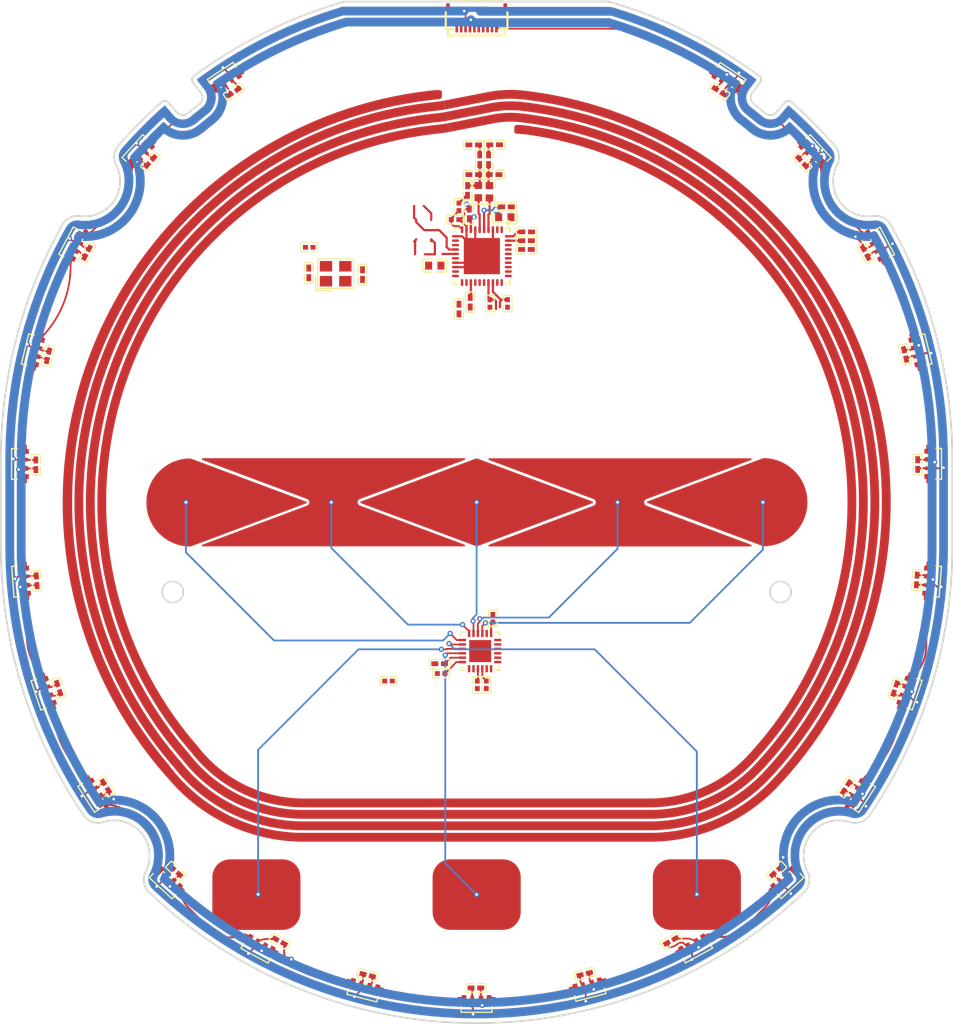
<source format=kicad_pcb>
(kicad_pcb (version 20240108) (generator "pcbnew") (generator_version "8.0")
  (layers (0 "F.Cu" signal) (31 "B.Cu" signal) (34 "B.Paste" user) (35 "F.Paste" user) (36 "B.SilkS" user "B.Silkscreen") (37 "F.SilkS" user "F.Silkscreen") (38 "B.Mask" user) (39 "F.Mask" user) (44 "Edge.Cuts" user))
  (net 0 "")
  (net 1 "nfc-net-4")
  (net 2 "capacitive_sensor-net-3")
  (net 3 "nfc.oscillator-net")
  (net 4 "p30_uart_rx")
  (net 5 "nfc-net-1")
  (net 6 "gnd")
  (net 7 "led3")
  (net 8 "power_3v3")
  (net 9 "aux1")
  (net 10 "sck_p72")
  (net 11 "p34_sic_clk")
  (net 12 "signal-17")
  (net 13 "signal-18")
  (net 14 "lv")
  (net 15 "nfc-net-2")
  (net 16 "prev_button")
  (net 17 "nfc.nfc_ic-net")
  (net 18 "nfc-net-5")
  (net 19 "signal-15")
  (net 20 "signal-16")
  (net 21 "miso_p71")
  (net 22 "hv")
  (net 23 "signal-9")
  (net 24 "p35")
  (net 25 "signal-10")
  (net 26 "loadmod")
  (net 27 "nfc-net-3")
  (net 28 "rstpd_n")
  (net 29 "signal-4")
  (net 30 "p32_int0")
  (net 31 "tx_2_mid")
  (net 32 "p31_uart_tx")
  (net 33 "sigin")
  (net 34 "nfc.power_svdd-lv")
  (net 35 "nfc-net")
  (net 36 "signal-5")
  (net 37 "signal-19")
  (net 38 "nfc.power_vmid-lv")
  (net 39 "nfc-net-6")
  (net 40 "capacitive_sensor.i2c-hv")
  (net 41 "sigout")
  (net 42 "aux2")
  (net 43 "tx_1_mid")
  (net 44 "signal-20")
  (net 45 "signal-8")
  (net 46 "p33_int1")
  (net 47 "signal-11")
  (net 48 "signal-6")
  (net 49 "dout")
  (net 50 "signal-3")
  (net 51 "signal-2")
  (net 52 "signal-14")
  (net 53 "signal-13")
  (net 54 "signal-1")
  (net 55 "signal-12")
  (net 56 "signal")
  (net 57 "signal-21")
  (net 58 "power_5v")
  (net 59 "signal-7")
  (net 60 "board_to_board_connector.board_to_board_connector-net-1")
  (net 61 "touch_irq")
  (net 62 "nfc_irq")
  (net 63 "reset")
  (net 64 "i2c_scl")
  (net 65 "i2c_sda")
  (net 66 "board_to_board_connector.board_to_board_connector-net")
  (net 67 "play_button")
  (net 68 "led_data")
  (net 69 "capacitive_sensor-net-2")
  (net 70 "slider_4")
  (net 71 "next_button")
  (net 72 "led5")
  (net 73 "wake_spi_mosi")
  (net 74 "antenna_n")
  (net 75 "capacitive_sensor.address-signal")
  (net 76 "capacitive_sensor-net")
  (net 77 "slider_3")
  (net 78 "slider_1")
  (net 79 "capacitive_sensor.address-lv")
  (net 80 "hv-1")
  (net 81 "capacitive_sensor-net-1")
  (net 82 "addr_comm")
  (net 83 "slider_0")
  (net 84 "slider_2")
  (net 85 "led1")
  (net 86 "capacitive_sensor.reset-lv")
  (net 87 "led7")
  (net 88 "led8")
  (net 89 "capacitive_sensor-net-4")
  (net 90 "led4")
  (net 91 "antenna_p")
  (net 92 "led6")
  (net 93 "led2")
  (net 94 "spi_csh")
  (footprint "lcsc:LED-SMD_4P-L3.5-W1.6_SK6805SIDE-G-001" (layer "F.Cu") (at 151.796747 147.566777)
    (property "Reference" "U4" (hide yes))
    (property "Value" "_OPSCO_Optoelectronics_SK6805SIDE_G_001" (hide yes))
  )
  (footprint "lcsc:C0402" (layer "F.Cu") (at 151.477063 53.958421 180)
    (property "Reference" "C41" (hide yes))
    (property "Value" "220pF ±10% 50V X7R" (hide yes))
  )
  (footprint "lcsc:C0402" (layer "F.Cu") (at 147.606707 109.434446 180)
    (property "Reference" "C42" (hide yes))
    (property "Value" "100nF ±10% 16V X7R" (hide yes))
  )
  (footprint "lcsc:R0402" (layer "F.Cu") (at 153.650731 104.27765 90)
    (property "Reference" "R9" (hide yes))
    (property "Value" "10kΩ ±1% 62.5mW" (hide yes))
  )
  (footprint "lcsc:R0402" (layer "F.Cu") (at 132.8 62.2)
    (property "Reference" "R3" (hide yes))
    (property "Value" "5.1kΩ ±1% 62.5mW" (hide yes))
  )
  (footprint "lcsc:C0402" (layer "F.Cu") (at 101.769915 86.871299 90)
    (property "Reference" "C26" (hide yes))
    (property "Value" "100nF ±10% 16V X7R" (hide yes))
  )
  (footprint "lcsc:LED-SMD_4P-L3.5-W1.6_SK6805SIDE-G-001" (layer "F.Cu") (at 100.423834 86.784128 -90)
    (property "Reference" "U11" (hide yes))
    (property "Value" "_OPSCO_Optoelectronics_SK6805SIDE_G_001" (hide yes))
  )
  (footprint "lcsc:R0402" (layer "F.Cu") (at 149.793466 57.611601 -90)
    (property "Reference" "R4" (hide yes))
    (property "Value" "1kΩ ±1% 62.5mW" (hide yes))
  )
  (footprint "lcsc:QFN-40_L6.0-W6.0-P0.50-BL-EP4.1" (layer "F.Cu") (at 152.4 63.2 180)
    (property "Reference" "U1" (hide yes))
    (property "Value" "_NXP_Semicon_PN5321A3HN_C106_51" (hide yes))
  )
  (footprint "lcsc:LED-SMD_4P-L3.5-W1.6_SK6805SIDE-G-001" (layer "F.Cu") (at 201.713438 74.049364 103.675)
    (property "Reference" "U18" (hide yes))
    (property "Value" "_OPSCO_Optoelectronics_SK6805SIDE_G_001" (hide yes))
  )
  (footprint "lcsc:C0402" (layer "F.Cu") (at 149.8 69.2 -90)
    (property "Reference" "C11" (hide yes))
    (property "Value" "100nF ±10% 16V X7R" (hide yes))
  )
  (footprint "lcsc:LED-SMD_4P-L3.5-W1.6_SK6805SIDE-G-001" (layer "F.Cu") (at 127.264364 141.318637 -28.571)
    (property "Reference" "U6" (hide yes))
    (property "Value" "_OPSCO_Optoelectronics_SK6805SIDE_G_001" (hide yes))
  )
  (footprint "lcsc:R0402" (layer "F.Cu") (at 147.777631 110.547218 180)
    (property "Reference" "R10" (hide yes))
    (property "Value" "10kΩ ±1% 62.5mW" (hide yes))
  )
  (footprint "lcsc:C0402" (layer "F.Cu") (at 153.158399 52.267251 90)
    (property "Reference" "C14" (hide yes))
    (property "Value" "20pF ±5% 50V C0G" (hide yes))
  )
  (footprint "lcsc:FPC-SMD_10P-P0.50_HDGC_0.5K-HX-10PWB" (layer "F.Cu") (at 151.8 36.170148 180)
    (property "Reference" "FPC1" (hide yes))
    (property "Value" "TE_Connectivity_1_2328702_0" (hide yes))
  )
  (footprint "lcsc:LED-SMD_4P-L3.5-W1.6_SK6805SIDE-G-001" (layer "F.Cu") (at 103.113148 112.580233 -71.427)
    (property "Reference" "U9" (hide yes))
    (property "Value" "_OPSCO_Optoelectronics_SK6805SIDE_G_001" (hide yes))
  )
  (footprint "lcsc:C0603" (layer "F.Cu") (at 147.053054 64.277611 180)
    (property "Reference" "C4" (hide yes))
    (property "Value" "10µF ±10% 10V X5R" (hide yes))
  )
  (footprint "lcsc:LED-SMD_4P-L3.5-W1.6_SK6805SIDE-G-001" (layer "F.Cu") (at 197.173899 62.133818 117.959)
    (property "Reference" "U17" (hide yes))
    (property "Value" "_OPSCO_Optoelectronics_SK6805SIDE_G_001" (hide yes))
  )
  (footprint "lcsc:C0402" (layer "F.Cu") (at 199.310524 112.25463 -108.572)
    (property "Reference" "C37" (hide yes))
    (property "Value" "100nF ±10% 16V X7R" (hide yes))
  )
  (footprint "lcsc:C0402" (layer "F.Cu") (at 157.4552 62.44194)
    (property "Reference" "C7" (hide yes))
    (property "Value" "100nF ±10% 16V X7R" (hide yes))
  )
  (footprint "lcsc:LED-SMD_4P-L3.5-W1.6_SK6805SIDE-G-001" (layer "F.Cu") (at 100.560976 100.039943 -85.712)
    (property "Reference" "U10" (hide yes))
    (property "Value" "_OPSCO_Optoelectronics_SK6805SIDE_G_001" (hide yes))
  )
  (footprint "lcsc:LED-SMD_4P-L3.5-W1.6_SK6805SIDE-G-001" (layer "F.Cu") (at 189.822312 51.677177 132.245)
    (property "Reference" "U13" (hide yes))
    (property "Value" "_OPSCO_Optoelectronics_SK6805SIDE_G_001" (hide yes))
  )
  (footprint "lcsc:CRYSTAL-SMD_4P-L3.2-W2.5-BL" (layer "F.Cu") (at 135.8 65.2)
    (property "Reference" "XTAL1" (hide yes))
    (property "Value" "Crystal" (hide yes))
  )
  (footprint "lcsc:C0402" (layer "F.Cu") (at 157.470969 61.449803)
    (property "Reference" "C5" (hide yes))
    (property "Value" "100nF ±10% 16V X7R" (hide yes))
  )
  (footprint "lcsc:C0402" (layer "F.Cu") (at 201.869908 86.841009 -90)
    (property "Reference" "C27" (hide yes))
    (property "Value" "100nF ±10% 16V X7R" (hide yes))
  )
  (footprint "lcsc:LED-SMD_4P-L3.5-W1.6_SK6805SIDE-G-001" (layer "F.Cu") (at 186.713999 133.847278 42.857)
    (property "Reference" "U23" (hide yes))
    (property "Value" "_OPSCO_Optoelectronics_SK6805SIDE_G_001" (hide yes))
  )
  (footprint "lcsc:C0402" (layer "F.Cu") (at 109.725472 123.352477 122.859)
    (property "Reference" "C18" (hide yes))
    (property "Value" "100nF ±10% 16V X7R" (hide yes))
  )
  (footprint "lcsc:C0402" (layer "F.Cu") (at 179.349484 44.51009 -33.469)
    (property "Reference" "C19" (hide yes))
    (property "Value" "100nF ±10% 16V X7R" (hide yes))
  )
  (footprint "lcsc:C0402" (layer "F.Cu") (at 117.667299 132.963009 137.145)
    (property "Reference" "C24" (hide yes))
    (property "Value" "100nF ±10% 16V X7R" (hide yes))
  )
  (footprint "lcsc:LED-SMD_4P-L3.5-W1.6_SK6805SIDE-G-001" (layer "F.Cu") (at 101.908225 74.055016 -103.673)
    (property "Reference" "U12" (hide yes))
    (property "Value" "_OPSCO_Optoelectronics_SK6805SIDE_G_001" (hide yes))
  )
  (footprint "lcsc:C0402" (layer "F.Cu") (at 201.766133 99.934964 -94.286)
    (property "Reference" "C28" (hide yes))
    (property "Value" "100nF ±10% 16V X7R" (hide yes))
  )
  (footprint "lcsc:R0402" (layer "F.Cu") (at 149.358354 59.054226 180)
    (property "Reference" "R5" (hide yes))
    (property "Value" "5.1kΩ ±1% 62.5mW" (hide yes))
  )
  (footprint "lcsc:LED-SMD_4P-L3.5-W1.6_SK6805SIDE-G-001" (layer "F.Cu") (at 200.482204 112.554372 71.428)
    (property "Reference" "U21" (hide yes))
    (property "Value" "_OPSCO_Optoelectronics_SK6805SIDE_G_001" (hide yes))
  )
  (footprint "lcsc:C0402" (layer "F.Cu") (at 193.757546 123.439765 -122.857)
    (property "Reference" "C35" (hide yes))
    (property "Value" "100nF ±10% 16V X7R" (hide yes))
  )
  (footprint "lcsc:R0402" (layer "F.Cu") (at 155.309666 68.56941 -90)
    (property "Reference" "R1" (hide yes))
    (property "Value" "5.1kΩ ±1% 62.5mW" (hide yes))
  )
  (footprint "lcsc:LED-SMD_4P-L3.5-W1.6_SK6805SIDE-G-001" (layer "F.Cu") (at 113.768762 51.665966 -132.245)
    (property "Reference" "U15" (hide yes))
    (property "Value" "_OPSCO_Optoelectronics_SK6805SIDE_G_001" (hide yes))
  )
  (footprint "lcsc:LED-SMD_4P-L3.5-W1.6_SK6805SIDE-G-001" (layer "F.Cu") (at 123.475643 43.362813 -146.529)
    (property "Reference" "U16" (hide yes))
    (property "Value" "_OPSCO_Optoelectronics_SK6805SIDE_G_001" (hide yes))
  )
  (footprint "lcsc:C0402" (layer "F.Cu") (at 151.074265 68.425464 -90)
    (property "Reference" "C6" (hide yes))
    (property "Value" "100nF ±10% 16V X7R" (hide yes))
  )
  (footprint "lcsc:C0402" (layer "F.Cu") (at 152.157738 52.259889 90)
    (property "Reference" "C16" (hide yes))
    (property "Value" "20pF ±5% 50V C0G" (hide yes))
  )
  (footprint "lcsc:C0402" (layer "F.Cu") (at 151.71701 146.211339 180)
    (property "Reference" "C32" (hide yes))
    (property "Value" "100nF ±10% 16V X7R" (hide yes))
  )
  (footprint "lcsc:C0402" (layer "F.Cu") (at 155.190228 57.606372)
    (property "Reference" "C9" (hide yes))
    (property "Value" "100nF ±10% 16V X7R" (hide yes))
  )
  (footprint "lcsc:C0402" (layer "F.Cu") (at 195.955 62.825 -62.041)
    (property "Reference" "C21" (hide yes))
    (property "Value" "100nF ±10% 16V X7R" (hide yes))
  )
  (footprint "lcsc:IND-SMD_L1.6-W0.8-1" (layer "F.Cu") (at 153.25264 55.902213 90)
    (property "Reference" "L1" (hide yes))
    (property "Value" "560nH ±5% 450mA 480mΩ" (hide yes))
  )
  (footprint "lcsc:C0402" (layer "F.Cu") (at 188.761159 52.532212 -47.755)
    (property "Reference" "C20" (hide yes))
    (property "Value" "100nF ±10% 16V X7R" (hide yes))
  )
  (footprint "lcsc:LED-SMD_4P-L3.5-W1.6_SK6805SIDE-G-001" (layer "F.Cu") (at 203.037021 100.038227 85.714)
    (property "Reference" "U20" (hide yes))
    (property "Value" "_OPSCO_Optoelectronics_SK6805SIDE_G_001" (hide yes))
  )
  (footprint "lcsc:C0402" (layer "F.Cu") (at 200.438131 74.353095 -76.325)
    (property "Reference" "C29" (hide yes))
    (property "Value" "100nF ±10% 16V X7R" (hide yes))
  )
  (footprint "lcsc:C0402" (layer "F.Cu") (at 124.256651 44.583904 33.471)
    (property "Reference" "C39" (hide yes))
    (property "Value" "100nF ±10% 16V X7R" (hide yes))
  )
  (footprint "lcsc:C0603" (layer "F.Cu") (at 155.002223 58.789714)
    (property "Reference" "C8" (hide yes))
    (property "Value" "10µF ±10% 10V X5R" (hide yes))
  )
  (footprint "lcsc:C0402" (layer "F.Cu") (at 150.972767 58.410179 90)
    (property "Reference" "C3" (hide yes))
    (property "Value" "100nF ±10% 16V X7R" (hide yes))
  )
  (footprint "lcsc:C0402" (layer "F.Cu") (at 104.363656 112.204233 108.573)
    (property "Reference" "C17" (hide yes))
    (property "Value" "100nF ±10% 16V X7R" (hide yes))
  )
  (footprint "lcsc:C0402" (layer "F.Cu") (at 185.844448 132.956777 -137.143)
    (property "Reference" "C36" (hide yes))
    (property "Value" "100nF ±10% 16V X7R" (hide yes))
  )
  (footprint "lcsc:LED-SMD_4P-L3.5-W1.6_SK6805SIDE-G-001" (layer "F.Cu") (at 194.95352 124.086017 57.143)
    (property "Reference" "U22" (hide yes))
    (property "Value" "_OPSCO_Optoelectronics_SK6805SIDE_G_001" (hide yes))
  )
  (footprint "lcsc:LED-SMD_4P-L3.5-W1.6_SK6805SIDE-G-001" (layer "F.Cu") (at 203.171714 86.763475 90)
    (property "Reference" "U19" (hide yes))
    (property "Value" "_OPSCO_Optoelectronics_SK6805SIDE_G_001" (hide yes))
  )
  (footprint "lcsc:C0402" (layer "F.Cu") (at 157.485692 60.452921)
    (property "Reference" "C10" (hide yes))
    (property "Value" "100nF ±10% 16V X7R" (hide yes))
  )
  (footprint "lcsc:C0402" (layer "F.Cu") (at 114.775 52.475 47.755)
    (property "Reference" "C38" (hide yes))
    (property "Value" "100nF ±10% 16V X7R" (hide yes))
  )
  (footprint "lcsc:C0402" (layer "F.Cu") (at 107.579449 62.81653 62.041)
    (property "Reference" "C33" (hide yes))
    (property "Value" "100nF ±10% 16V X7R" (hide yes))
  )
  (footprint "lcsc:C0402" (layer "F.Cu") (at 129.465 140.925 151.429)
    (property "Reference" "C31" (hide yes))
    (property "Value" "100nF ±10% 16V X7R" (hide yes))
  )
  (footprint "lcsc:R0402" (layer "F.Cu") (at 152.897965 111.821365 -90)
    (property "Reference" "R7" (hide yes))
    (property "Value" "5.1kΩ ±1% 62.5mW" (hide yes))
  )
  (footprint "lcsc:LED-SMD_4P-L3.5-W1.6_SK6805SIDE-G-001" (layer "F.Cu") (at 164.438068 145.924344 14.285)
    (property "Reference" "U3" (hide yes))
    (property "Value" "_OPSCO_Optoelectronics_SK6805SIDE_G_001" (hide yes))
  )
  (footprint "lcsc:C0402" (layer "F.Cu") (at 173.865 140.875 -151.429)
    (property "Reference" "C30" (hide yes))
    (property "Value" "100nF ±10% 16V X7R" (hide yes))
  )
  (footprint "lcsc:C0402" (layer "F.Cu") (at 150.769934 55.753675 -90)
    (property "Reference" "C12" (hide yes))
    (property "Value" "100nF ±10% 16V X7R" (hide yes))
  )
  (footprint "lcsc:C0402" (layer "F.Cu") (at 101.865 100.025 94.288)
    (property "Reference" "C25" (hide yes))
    (property "Value" "100nF ±10% 16V X7R" (hide yes))
  )
  (footprint "lcsc:C0402" (layer "F.Cu") (at 151.472757 50.585507 180)
    (property "Reference" "C15" (hide yes))
    (property "Value" "100pF ±5% 50V C0G" (hide yes))
  )
  (footprint "lcsc:LED-SMD_4P-L3.5-W1.6_SK6805SIDE-G-001" (layer "F.Cu") (at 106.439765 62.103039 -117.959)
    (property "Reference" "U14" (hide yes))
    (property "Value" "_OPSCO_Optoelectronics_SK6805SIDE_G_001" (hide yes))
  )
  (footprint "lcsc:QFN-24_L4.0-W4.0-P0.50-TL-EP2.5" (layer "F.Cu") (at 152.2 108 90)
    (property "Reference" "U25" (hide yes))
    (property "Value" "_Microchip_Tech_CAP1188_1_CP_TR" (hide yes))
  )
  (footprint "lcsc:R0402" (layer "F.Cu") (at 141.8 111.4 180)
    (property "Reference" "R6" (hide yes))
    (property "Value" "10kΩ ±1% 62.5mW" (hide yes))
  )
  (footprint "lcsc:C0402" (layer "F.Cu") (at 153.782734 53.954794)
    (property "Reference" "C40" (hide yes))
    (property "Value" "220pF ±10% 50V X7R" (hide yes))
  )
  (footprint "lcsc:LED-SMD_4P-L3.5-W1.6_SK6805SIDE-G-001" (layer "F.Cu") (at 180.139512 43.377544 146.531)
    (property "Reference" "U2" (hide yes))
    (property "Value" "_OPSCO_Optoelectronics_SK6805SIDE_G_001" (hide yes))
  )
  (footprint "lcsc:IND-SMD_L1.6-W0.8-1" (layer "F.Cu") (at 151.990986 55.879517 90)
    (property "Reference" "L2" (hide yes))
    (property "Value" "560nH ±5% 450mA 480mΩ" (hide yes))
  )
  (footprint "lcsc:C0402" (layer "F.Cu") (at 153.848089 50.573774)
    (property "Reference" "C13" (hide yes))
    (property "Value" "100pF ±5% 50V C0G" (hide yes))
  )
  (footprint "lcsc:R0402" (layer "F.Cu") (at 151.880985 111.826204 -90)
    (property "Reference" "R8" (hide yes))
    (property "Value" "5.1kΩ ±1% 62.5mW" (hide yes))
  )
  (footprint "lcsc:LED-SMD_4P-L3.5-W1.6_SK6805SIDE-G-001" (layer "F.Cu") (at 176.380592 141.295343 28.571)
    (property "Reference" "U24" (hide yes))
    (property "Value" "_OPSCO_Optoelectronics_SK6805SIDE_G_001" (hide yes))
  )
  (footprint "lcsc:C0402" (layer "F.Cu") (at 132.75 65.105 90)
    (property "Reference" "C1" (hide yes))
    (property "Value" "20pF ±5% 50V C0G" (hide yes))
  )
  (footprint "lcsc:hat-button-antenna" (layer "F.Cu") (at 151.803627 91.122758)
    (property "Reference" "P1" (hide yes))
    (property "Value" "HatButtonAntenna" (hide yes))
  )
  (footprint "lcsc:C0402" (layer "F.Cu") (at 164.072076 144.626594 -165.715)
    (property "Reference" "C22" (hide yes))
    (property "Value" "100nF ±10% 16V X7R" (hide yes))
  )
  (footprint "lcsc:LED-SMD_4P-L3.5-W1.6_SK6805SIDE-G-001" (layer "F.Cu") (at 139.116422 146.00341 -14.286)
    (property "Reference" "U5" (hide yes))
    (property "Value" "_OPSCO_Optoelectronics_SK6805SIDE_G_001" (hide yes))
  )
  (footprint "lcsc:C0402" (layer "F.Cu") (at 139.438484 144.762825 165.714)
    (property "Reference" "C23" (hide yes))
    (property "Value" "100nF ±10% 16V X7R" (hide yes))
  )
  (footprint "lcsc:LED-SMD_4P-L3.5-W1.6_SK6805SIDE-G-001" (layer "F.Cu") (at 108.662515 124.051755 -57.141)
    (property "Reference" "U8" (hide yes))
    (property "Value" "_OPSCO_Optoelectronics_SK6805SIDE_G_001" (hide yes))
  )
  (footprint "lcsc:C0402" (layer "F.Cu") (at 103.157631 74.508419 76.327)
    (property "Reference" "C34" (hide yes))
    (property "Value" "100nF ±10% 16V X7R" (hide yes))
  )
  (footprint "lcsc:C0402" (layer "F.Cu") (at 138.85 65.295 -90)
    (property "Reference" "C2" (hide yes))
    (property "Value" "20pF ±5% 50V C0G" (hide yes))
  )
  (footprint "lcsc:R0402" (layer "F.Cu") (at 153.312594 68.572458 -90)
    (property "Reference" "R2" (hide yes))
    (property "Value" "5.1kΩ ±1% 62.5mW" (hide yes))
  )
  (footprint "lcsc:LED-SMD_4P-L3.5-W1.6_SK6805SIDE-G-001" (layer "F.Cu") (at 116.888415 133.864067 -42.855)
    (property "Reference" "U7" (hide yes))
    (property "Value" "_OPSCO_Optoelectronics_SK6805SIDE_G_001" (hide yes))
  )
  (gr_arc (start 166.3688 34.325148) (mid 166.801809 34.356568) (end 167.22575 34.450157) (stroke (width 0.2)) (layer "Edge.Cuts"))
  (gr_line (start 137.2313 34.325158) (end 137.2313 34.325148) (stroke (width 0.2)) (layer "Edge.Cuts"))
  (gr_arc (start 97.8 86.2) (mid 99.57182 72.480773) (end 104.771007 59.661842) (stroke (width 0.2)) (layer "Edge.Cuts"))
  (gr_arc (start 205.8 96.200001) (mid 203.40134 112.115455) (end 196.418456 126.616992) (stroke (width 0.2)) (layer "Edge.Cuts"))
  (gr_line (start 183.099254 44.67571) (end 184.008148 43.488995) (stroke (width 0.2)) (layer "Edge.Cuts"))
  (gr_line (start 119.591778 43.488899) (end 120.50071 44.675663) (stroke (width 0.2)) (layer "Edge.Cuts"))
  (gr_arc (start 189.360787 133.021922) (mid 189.875713 128.607407) (end 194.151204 127.393625) (stroke (width 0.2)) (layer "Edge.Cuts"))
  (gr_arc (start 114.643539 135.384147) (mid 114.048373 134.270302) (end 114.239213 133.021922) (stroke (width 0.2)) (layer "Edge.Cuts"))
  (gr_arc (start 120.50071 44.675663) (mid 120.679136 45.33541) (end 120.34264 45.930289) (stroke (width 0.2)) (layer "Edge.Cuts"))
  (gr_arc (start 185.838387 46.889679) (mid 185.231 47.202449) (end 184.578963 46.998525) (stroke (width 0.2)) (layer "Edge.Cuts"))
  (gr_circle (center 117.3 101.3) (end 117.3 100.1) (stroke (width 0.2)) (fill none) (layer "Edge.Cuts"))
  (gr_line (start 205.8 96.200001) (end 205.8 86.2) (stroke (width 0.2)) (layer "Edge.Cuts"))
  (gr_arc (start 111.15821 50.643778) (mid 113.539527 48.093094) (end 116.080613 45.701539) (stroke (width 0.2)) (layer "Edge.Cuts"))
  (gr_arc (start 110.884071 52.873783) (mid 110.678423 51.716653) (end 111.15821 50.643778) (stroke (width 0.2)) (layer "Edge.Cuts"))
  (gr_arc (start 196.418456 126.616992) (mid 195.414038 127.382511) (end 194.151204 127.393625) (stroke (width 0.2)) (layer "Edge.Cuts"))
  (gr_arc (start 119.691472 42.782925) (mid 127.67044 37.89095) (end 136.37425 34.450157) (stroke (width 0.2)) (layer "Edge.Cuts"))
  (gr_arc (start 183.236456 45.913393) (mid 182.919257 45.322121) (end 183.099254 44.67571) (stroke (width 0.2)) (layer "Edge.Cuts"))
  (gr_line (start 97.8 86.2) (end 97.8 96.199998) (stroke (width 0.2)) (layer "Edge.Cuts"))
  (gr_arc (start 104.771007 59.661842) (mid 105.623832 58.853167) (end 106.783644 58.663158) (stroke (width 0.2)) (layer "Edge.Cuts"))
  (gr_arc (start 183.908528 42.782925) (mid 184.106288 43.115074) (end 184.008089 43.48895) (stroke (width 0.2)) (layer "Edge.Cuts"))
  (gr_line (start 184.578963 46.998525) (end 183.236456 45.913393) (stroke (width 0.2)) (layer "Edge.Cuts"))
  (gr_line (start 117.757139 46.884432) (end 116.791861 45.752164) (stroke (width 0.2)) (layer "Edge.Cuts"))
  (gr_arc (start 136.37425 34.450157) (mid 136.798241 34.356573) (end 137.2313 34.325158) (stroke (width 0.2)) (layer "Edge.Cuts"))
  (gr_line (start 186.808195 45.752098) (end 185.838387 46.889679) (stroke (width 0.2)) (layer "Edge.Cuts"))
  (gr_arc (start 188.956461 135.384147) (mid 151.8 150.2) (end 114.643539 135.384147) (stroke (width 0.2)) (layer "Edge.Cuts"))
  (gr_arc (start 189.360787 133.021922) (mid 189.551627 134.270302) (end 188.956461 135.384147) (stroke (width 0.2)) (layer "Edge.Cuts"))
  (gr_arc (start 196.816356 58.663158) (mid 193.010501 57.01193) (end 192.715929 52.873783) (stroke (width 0.2)) (layer "Edge.Cuts"))
  (gr_circle (center 186.3 101.3) (end 186.3 100.1) (stroke (width 0.2)) (fill none) (layer "Edge.Cuts"))
  (gr_arc (start 109.448796 127.393625) (mid 108.185962 127.382511) (end 107.181544 126.616992) (stroke (width 0.2)) (layer "Edge.Cuts"))
  (gr_line (start 184.008089 43.48895) (end 184.008148 43.488995) (stroke (width 0.2)) (layer "Edge.Cuts"))
  (gr_arc (start 107.181544 126.616992) (mid 100.19866 112.115453) (end 97.8 96.199998) (stroke (width 0.2)) (layer "Edge.Cuts"))
  (gr_line (start 166.3688 34.325148) (end 137.2313 34.325148) (stroke (width 0.2)) (layer "Edge.Cuts"))
  (gr_arc (start 196.816356 58.663158) (mid 197.976169 58.853165) (end 198.828993 59.661842) (stroke (width 0.2)) (layer "Edge.Cuts"))
  (gr_arc (start 167.22575 34.450157) (mid 175.92956 37.89095) (end 183.908528 42.782925) (stroke (width 0.2)) (layer "Edge.Cuts"))
  (gr_arc (start 192.44179 50.643778) (mid 192.9216 51.71665) (end 192.715929 52.873783) (stroke (width 0.2)) (layer "Edge.Cuts"))
  (gr_line (start 116.791814 45.752204) (end 116.791861 45.752164) (stroke (width 0.2)) (layer "Edge.Cuts"))
  (gr_arc (start 116.080613 45.701539) (mid 116.44683 45.577814) (end 116.791814 45.752204) (stroke (width 0.2)) (layer "Edge.Cuts"))
  (gr_arc (start 109.448796 127.393625) (mid 113.724287 128.607407) (end 114.239213 133.021922) (stroke (width 0.2)) (layer "Edge.Cuts"))
  (gr_arc (start 119.000532 47.0151) (mid 118.352441 47.200904) (end 117.757139 46.884432) (stroke (width 0.2)) (layer "Edge.Cuts"))
  (gr_arc (start 186.808195 45.752098) (mid 187.153183 45.577777) (end 187.519387 45.701539) (stroke (width 0.2)) (layer "Edge.Cuts"))
  (gr_arc (start 198.828993 59.661842) (mid 204.028179 72.480773) (end 205.8 86.2) (stroke (width 0.2)) (layer "Edge.Cuts"))
  (gr_line (start 120.34264 45.930289) (end 119.000532 47.0151) (stroke (width 0.2)) (layer "Edge.Cuts"))
  (gr_arc (start 110.884071 52.873783) (mid 110.589488 57.011926) (end 106.783644 58.663158) (stroke (width 0.2)) (layer "Edge.Cuts"))
  (gr_arc (start 119.591778 43.488899) (mid 119.493647 43.115008) (end 119.691472 42.782925) (stroke (width 0.2)) (layer "Edge.Cuts"))
  (gr_arc (start 187.519387 45.701539) (mid 190.060473 48.093095) (end 192.44179 50.643778) (stroke (width 0.2)) (layer "Edge.Cuts"))
  (segment (start 146.65 61.512677) (end 146.65 61.3) (width 0.25) (layer "F.Cu") (net 3))
  (segment (start 147.060735 62.990762) (end 147.065747 62.98575) (width 0.25) (layer "F.Cu") (net 3))
  (segment (start 147.065747 62.98575) (end 147.065747 61.715747) (width 0.25) (layer "F.Cu") (net 3))
  (segment (start 145.920128 62.990762) (end 147.060735 62.990762) (width 0.25) (layer "F.Cu") (net 3))
  (segment (start 147.065747 61.715747) (end 146.65 61.3) (width 0.25) (layer "F.Cu") (net 3))
  (segment (start 153.15 60.2) (end 153.15 58.503918) (width 0.25) (layer "F.Cu") (net 5))
  (segment (start 153.15 58.503918) (end 153.275 58.378918) (width 0.25) (layer "F.Cu") (net 5))
  (segment (start 153.142781 56.712072) (end 153.25264 56.602213) (width 0.25) (layer "F.Cu") (net 5))
  (segment (start 153.275 58.378918) (end 153.275 56.624573) (width 0.25) (layer "F.Cu") (net 5))
  (segment (start 153.275 56.624573) (end 153.25264 56.602213) (width 0.25) (layer "F.Cu") (net 5))
  (segment (start 153.15 56.704853) (end 153.25264 56.602213) (width 0.25) (layer "F.Cu") (net 5))
  (segment (start 150.388466 58.011534) (end 150.388466 58.651601) (width 0.25) (layer "F.Cu") (net 6))
  (segment (start 151.113044 57.748253) (end 150.682582 57.317791) (width 0.25) (layer "F.Cu") (net 6))
  (segment (start 149.4 64.45) (end 151.15 64.45) (width 0.25) (layer "F.Cu") (net 6))
  (segment (start 153.65 60.2) (end 153.65 61.95) (width 0.25) (layer "F.Cu") (net 6))
  (segment (start 151.113044 57.863496) (end 150.536504 57.863496) (width 0.25) (layer "F.Cu") (net 6))
  (segment (start 153.65 61.95) (end 152.4 63.2) (width 0.25) (layer "F.Cu") (net 6))
  (segment (start 144.820128 61.429872) (end 144.95 61.3) (width 0.25) (layer "F.Cu") (net 6))
  (segment (start 150.536504 57.863496) (end 150.388466 58.011534) (width 0.25) (layer "F.Cu") (net 6))
  (segment (start 151.65 63.95) (end 152.4 63.2) (width 0.25) (layer "F.Cu") (net 6))
  (segment (start 151.65 62.45) (end 152.4 63.2) (width 0.25) (layer "F.Cu") (net 6))
  (segment (start 151.65 60.2) (end 151.65 62.45) (width 0.25) (layer "F.Cu") (net 6))
  (segment (start 150.15 60.95) (end 152.4 63.2) (width 0.25) (layer "F.Cu") (net 6))
  (segment (start 149.4 60.95) (end 150.15 60.95) (width 0.25) (layer "F.Cu") (net 6))
  (segment (start 144.703914 61.546086) (end 144.95 61.3) (width 0.25) (layer "F.Cu") (net 6))
  (segment (start 150.116318 59.248709) (end 150.65 59.782391) (width 0.25) (layer "F.Cu") (net 6))
  (segment (start 150.65 61.45) (end 152.4 63.2) (width 0.25) (layer "F.Cu") (net 6))
  (segment (start 144.820128 62.990762) (end 144.820128 61.429872) (width 0.25) (layer "F.Cu") (net 6))
  (segment (start 151.113044 57.863496) (end 151.113044 57.748253) (width 0.25) (layer "F.Cu") (net 6))
  (segment (start 149.982837 59.248709) (end 150.116318 59.248709) (width 0.25) (layer "F.Cu") (net 6))
  (segment (start 150.65 60.2) (end 150.65 61.45) (width 0.25) (layer "F.Cu") (net 6))
  (segment (start 149.4 63.95) (end 151.65 63.95) (width 0.25) (layer "F.Cu") (net 6))
  (segment (start 150.65 59.782391) (end 150.65 60.2) (width 0.25) (layer "F.Cu") (net 6))
  (segment (start 149.985841 59.054226) (end 149.788354 59.054226) (width 0.25) (layer "F.Cu") (net 6))
  (segment (start 149.788354 59.054226) (end 149.982837 59.248709) (width 0.25) (layer "F.Cu") (net 6))
  (segment (start 150.388466 58.651601) (end 149.985841 59.054226) (width 0.25) (layer "F.Cu") (net 6))
  (segment (start 146.65 58.348667) (end 145.804908 57.503575) (width 0.25) (layer "F.Cu") (net 6))
  (segment (start 146.65 59.1) (end 146.65 58.348667) (width 0.25) (layer "F.Cu") (net 6))
  (segment (start 151.15 64.45) (end 152.4 63.2) (width 0.25) (layer "F.Cu") (net 6))
  (via (at 150.682582 57.317791) (size 0.6) (drill 0.3) (layers "F.Cu" "B.Cu") (net 6))
  (segment (start 154.302223 58.789714) (end 154.302223 58.256843) (width 0.25) (layer "F.Cu") (net 8))
  (segment (start 151.15 67.894754) (end 151.15 66.2) (width 0.25) (layer "F.Cu") (net 8))
  (segment (start 155.400197 61.449803) (end 155.4 61.45) (width 0.25) (layer "F.Cu") (net 8))
  (segment (start 154.302223 58.256843) (end 154 57.95462) (width 0.25) (layer "F.Cu") (net 8))
  (segment (start 152.65 58) (end 152.65 60.2) (width 0.25) (layer "F.Cu") (net 8))
  (segment (start 156.920969 61.449803) (end 155.400197 61.449803) (width 0.25) (layer "F.Cu") (net 8))
  (segment (start 151.190593 67.935347) (end 151.15 67.894754) (width 0.25) (layer "F.Cu") (net 8))
  (segment (start 154.640228 57.606372) (end 154.348248 57.606372) (width 0.25) (layer "F.Cu") (net 8))
  (segment (start 155.972429 60.95) (end 155.4 60.95) (width 0.25) (layer "F.Cu") (net 8))
  (segment (start 151.010286 67.902223) (end 151.15 67.762509) (width 0.25) (layer "F.Cu") (net 8))
  (segment (start 151.297493 58.963496) (end 151.113044 58.963496) (width 0.25) (layer "F.Cu") (net 8))
  (segment (start 156.469508 60.452921) (end 155.972429 60.95) (width 0.25) (layer "F.Cu") (net 8))
  (segment (start 151.15 59.000452) (end 151.15 60.2) (width 0.25) (layer "F.Cu") (net 8))
  (segment (start 151.518468 58.742521) (end 151.297493 58.963496) (width 0.25) (layer "F.Cu") (net 8))
  (segment (start 156.935692 60.452921) (end 156.469508 60.452921) (width 0.25) (layer "F.Cu") (net 8))
  (segment (start 154.348248 57.606372) (end 154 57.95462) (width 0.25) (layer "F.Cu") (net 8))
  (segment (start 151.113044 58.963496) (end 151.15 59.000452) (width 0.25) (layer "F.Cu") (net 8))
  (via (at 154 57.95462) (size 0.8) (drill 0.4) (layers "F.Cu" "B.Cu") (net 8))
  (via (at 151.518468 58.742521) (size 0.6) (drill 0.3) (layers "F.Cu" "B.Cu") (net 8))
  (via (at 152.65 58) (size 0.6) (drill 0.3) (layers "F.Cu" "B.Cu") (net 8))
  (segment (start 153.95462 58) (end 154 57.95462) (width 0.25) (layer "B.Cu") (net 8))
  (segment (start 152.65 58) (end 153.95462 58) (width 0.25) (layer "B.Cu") (net 8))
  (segment (start 201.260327 71.742659) (end 201.260327 72.440889) (width 0.2) (layer "F.Cu") (net 12))
  (arc (start 197.899202 63.628186) (mid 200.386799 67.351138) (end 201.260327 71.742659) (width 0.2) (layer "F.Cu") (net 12))
  (segment (start 143.524527 147.506777) (end 150.136747 147.506777) (width 0.2) (layer "F.Cu") (net 13))
  (arc (start 140.749585 146.357358) (mid 142.022739 147.208052) (end 143.524527 147.506777) (width 0.2) (layer "F.Cu") (net 13))
  (segment (start 190.209854 51.990146) (end 191 51.2) (width 0.2) (layer "F.Cu") (net 14))
  (segment (start 164.188284 146.724558) (end 164.097391 146.633665) (width 0.2) (layer "F.Cu") (net 14))
  (segment (start 175.733723 141.574349) (end 175.240557 141.081183) (width 0.2) (layer "F.Cu") (net 14))
  (segment (start 105.617544 61.217544) (end 105.6 61.2) (width 0.2) (layer "F.Cu") (net 14))
  (segment (start 107.141726 124.461227) (end 107.718674 123.884279) (width 0.2) (layer "F.Cu") (net 14))
  (segment (start 204.535197 100.721195) (end 204.076896 100.721195) (width 0.2) (layer "F.Cu") (net 14))
  (segment (start 201.889944 74.521005) (end 201.452965 74.521005) (width 0.2) (layer "F.Cu") (net 14))
  (segment (start 204.737213 87.262787) (end 204.08973 87.262787) (width 0.2) (layer "F.Cu") (net 14))
  (segment (start 106.951893 61.963972) (end 106.621188 61.633267) (width 0.2) (layer "F.Cu") (net 14))
  (segment (start 100.363834 86.284128) (end 99.403102 86.284128) (width 0.2) (layer "F.Cu") (net 14))
  (segment (start 180.111465 44.081466) (end 180.589694 43.603237) (width 0.2) (layer "F.Cu") (net 14))
  (segment (start 187.472719 135.471005) (end 186.464951 134.463237) (width 0.2) (layer "F.Cu") (net 14))
  (segment (start 173.6 141.6) (end 173.597706 141.522769) (width 0.2) (layer "F.Cu") (net 14))
  (segment (start 196.633409 62.89026) (end 196.212862 63.310806) (width 0.2) (layer "F.Cu") (net 14))
  (segment (start 100.463768 99.545827) (end 100.013627 99.545827) (width 0.2) (layer "F.Cu") (net 14))
  (segment (start 176.254617 142.992407) (end 176.254617 142.052874) (width 0.2) (layer "F.Cu") (net 14))
  (segment (start 101.769915 86.321299) (end 100.453572 86.321299) (width 0.2) (layer "F.Cu") (net 14))
  (segment (start 173.478203 141.234263) (end 173.381976 141.138036) (width 0.2) (layer "F.Cu") (net 14))
  (segment (start 199 61.8) (end 198.732282 61.8) (width 0.2) (layer "F.Cu") (net 14))
  (segment (start 200.379831 113.047444) (end 199.790703 113.047444) (width 0.2) (layer "F.Cu") (net 14))
  (segment (start 204.8 87.2) (end 204.737213 87.262787) (width 0.2) (layer "F.Cu") (net 14))
  (segment (start 102.897017 112.125384) (end 103.120171 112.125384) (width 0.2) (layer "F.Cu") (net 14))
  (segment (start 114.060496 51.255489) (end 114.051948 51.251949) (width 0.2) (layer "F.Cu") (net 14))
  (segment (start 194.546062 124.351995) (end 194.73265 124.538583) (width 0.2) (layer "F.Cu") (net 14))
  (segment (start 174.764213 141.081183) (end 174.701717 141.143679) (width 0.2) (layer "F.Cu") (net 14))
  (segment (start 203.858318 100.541313) (end 203.059486 100.541313) (width 0.2) (layer "F.Cu") (net 14))
  (segment (start 101.834512 112.565488) (end 101.8 112.6) (width 0.2) (layer "F.Cu") (net 14))
  (segment (start 138.905492 144.627106) (end 138.905492 145.241881) (width 0.2) (layer "F.Cu") (net 14))
  (segment (start 196 125.6) (end 196 125.403038) (width 0.2) (layer "F.Cu") (net 14))
  (segment (start 175.847274 141.585267) (end 175.764356 141.582558) (width 0.2) (layer "F.Cu") (net 14))
  (segment (start 175.764356 141.582558) (end 175.733723 141.574349) (width 0.2) (layer "F.Cu") (net 14))
  (segment (start 175.240557 141.081183) (end 174.764213 141.081183) (width 0.2) (layer "F.Cu") (net 14))
  (segment (start 125.887422 142.32356) (end 125.887422 142.309226) (width 0.2) (layer "F.Cu") (net 14))
  (segment (start 114.051948 51.251949) (end 113.2 50.4) (width 0.2) (layer "F.Cu") (net 14))
  (segment (start 151.296747 148.350726) (end 151.296747 147.626777) (width 0.2) (layer "F.Cu") (net 14))
  (segment (start 101.823877 99.47654) (end 100.631037 99.47654) (width 0.2) (layer "F.Cu") (net 14))
  (segment (start 151.4 148.56459) (end 151.321785 148.486375) (width 0.2) (layer "F.Cu") (net 14))
  (segment (start 187.472719 135.511907) (end 187.472719 135.471005) (width 0.2) (layer "F.Cu") (net 14))
  (segment (start 175.970174 141.58716) (end 175.912255 141.585267) (width 0.2) (layer "F.Cu") (net 14))
  (segment (start 125.887422 142.309226) (end 126.663826 141.532822) (width 0.2) (layer "F.Cu") (net 14))
  (segment (start 117.125505 132.923543) (end 116.481068 133.567979) (width 0.2) (layer "F.Cu") (net 14))
  (segment (start 203.4 74.2) (end 202.737163 74.2) (width 0.2) (layer "F.Cu") (net 14))
  (segment (start 198.732282 61.8) (end 198.122052 62.41023) (width 0.2) (layer "F.Cu") (net 14))
  (segment (start 181.6 42.592931) (end 180.589694 43.603237) (width 0.2) (layer "F.Cu") (net 14))
  (segment (start 181.6 42.4) (end 181.6 42.592931) (width 0.2) (layer "F.Cu") (net 14))
  (segment (start 201.725029 100.483426) (end 202.919735 100.483426) (width 0.2) (layer "F.Cu") (net 14))
  (segment (start 123 41.802529) (end 123.654858 42.457387) (width 0.2) (layer "F.Cu") (net 14))
  (segment (start 196 125.403038) (end 195.355999 124.759037) (width 0.2) (layer "F.Cu") (net 14))
  (segment (start 137.947517 147.200258) (end 138.409357 146.738418) (width 0.2) (layer "F.Cu") (net 14))
  (segment (start 124.441256 43.618626) (end 123.859634 43.037005) (width 0.2) (layer "F.Cu") (net 14))
  (segment (start 190.202885 52.006971) (end 190.209854 51.990146) (width 0.2) (layer "F.Cu") (net 14))
  (segment (start 103.28764 73.974006) (end 102.979677 73.974006) (width 0.2) (layer "F.Cu") (net 14))
  (segment (start 185.520712 133.363778) (end 186.388282 134.231347) (width 0.2) (layer "F.Cu") (net 14))
  (segment (start 101.968124 73.555004) (end 101.657055 73.555004) (width 0.2) (layer "F.Cu") (net 14))
  (segment (start 202.737163 74.2) (end 202.543026 74.394137) (width 0.2) (layer "F.Cu") (net 14))
  (segment (start 204.046758 87.263475) (end 203.231714 87.263475) (width 0.2) (layer "F.Cu") (net 14))
  (segment (start 151.296747 147.626777) (end 151.296747 146.524551) (width 0.2) (layer "F.Cu") (net 14))
  (segment (start 197.561486 62.547324) (end 197.461323 62.547324) (width 0.2) (layer "F.Cu") (net 14))
  (segment (start 128.981976 140.661964) (end 127.931824 140.661964) (width 0.2) (layer "F.Cu") (net 14))
  (segment (start 137.941161 147.200258) (end 137.947517 147.200258) (width 0.2) (layer "F.Cu") (net 14))
  (segment (start 106.984058 124.461227) (end 107.141726 124.461227) (width 0.2) (layer "F.Cu") (net 14))
  (segment (start 163.539082 144.762304) (end 163.539082 145.069558) (width 0.2) (layer "F.Cu") (net 14))
  (segment (start 151.4 149.2) (end 151.4 148.56459) (width 0.2) (layer "F.Cu") (net 14))
  (segment (start 189.369183 52.840675) (end 190.202879 52.006978) (width 0.2) (layer "F.Cu") (net 14))
  (segment (start 123 41.8) (end 123 41.802529) (width 0.2) (layer "F.Cu") (net 14))
  (segment (start 114.680585 51.875578) (end 114.060496 51.255489) (width 0.2) (layer "F.Cu") (net 14))
  (segment (start 176.254617 142.052874) (end 176.05944 141.857697) (width 0.2) (layer "F.Cu") (net 14))
  (segment (start 203.231714 87.263475) (end 202.177802 87.263475) (width 0.2) (layer "F.Cu") (net 14))
  (segment (start 138.617078 145.993085) (end 138.617078 145.938173) (width 0.2) (layer "F.Cu") (net 14))
  (segment (start 108.874119 123.443409) (end 109.427057 122.890472) (width 0.2) (layer "F.Cu") (net 14))
  (segment (start 201.8 113.8) (end 201.596481 113.8) (width 0.2) (layer "F.Cu") (net 14))
  (segment (start 115.484626 134.707804) (end 115.490631 134.707804) (width 0.2) (layer "F.Cu") (net 14))
  (segment (start 175.912255 141.585267) (end 175.847274 141.585267) (width 0.2) (layer "F.Cu") (net 14))
  (segment (start 202.025026 74.521005) (end 201.889944 74.521005) (width 0.2) (layer "F.Cu") (net 14))
  (segment (start 150.55 35.55) (end 150.4 35.4) (width 0.2) (layer "F.Cu") (net 14))
  (segment (start 115.490631 134.707804) (end 116.407371 133.791064) (width 0.2) (layer "F.Cu") (net 14))
  (segment (start 164.188284 147.712688) (end 164.188284 146.724558) (width 0.2) (layer "F.Cu") (net 14))
  (segment (start 204.076896 100.721195) (end 203.897981 100.54228) (width 0.2) (layer "F.Cu") (net 14))
  (segment (start 150.55 37.220148) (end 150.55 35.55) (width 0.2) (layer "F.Cu") (net 14))
  (segment (start 201.596481 113.8) (end 201.097888 113.301407) (width 0.2) (layer "F.Cu") (net 14))
  (via (at 191 51.2) (size 0.6) (drill 0.3) (layers "F.Cu" "B.Cu") (net 14))
  (via (at 105.6 61.2) (size 0.6) (drill 0.3) (layers "F.Cu" "B.Cu") (net 14))
  (via (at 99.4 99.8) (size 0.6) (drill 0.3) (layers "F.Cu" "B.Cu") (net 14))
  (via (at 203.4 74.2) (size 0.6) (drill 0.3) (layers "F.Cu" "B.Cu") (net 14))
  (via (at 201.8 113.8) (size 0.6) (drill 0.3) (layers "F.Cu" "B.Cu") (net 14))
  (via (at 123 41.8) (size 0.6) (drill 0.3) (layers "F.Cu" "B.Cu") (net 14))
  (via (at 113.2 50.4) (size 0.6) (drill 0.3) (layers "F.Cu" "B.Cu") (net 14))
  (via (at 187.472719 135.511907) (size 0.6) (drill 0.3) (layers "F.Cu" "B.Cu") (net 14))
  (via (at 204.8 87.2) (size 0.6) (drill 0.3) (layers "F.Cu" "B.Cu") (net 14))
  (via (at 99.2 86.2) (size 0.6) (drill 0.3) (layers "F.Cu" "B.Cu") (net 14))
  (via (at 199 61.8) (size 0.6) (drill 0.3) (layers "F.Cu" "B.Cu") (net 14))
  (via (at 100.8 73.2) (size 0.6) (drill 0.3) (layers "F.Cu" "B.Cu") (net 14))
  (via (at 151.4 149.2) (size 0.6) (drill 0.3) (layers "F.Cu" "B.Cu") (net 14))
  (via (at 101.8 112.6) (size 0.6) (drill 0.3) (layers "F.Cu" "B.Cu") (net 14))
  (via (at 115.484626 134.707804) (size 0.6) (drill 0.3) (layers "F.Cu" "B.Cu") (net 14))
  (via (at 164.188284 147.712688) (size 0.6) (drill 0.3) (layers "F.Cu" "B.Cu") (net 14))
  (via (at 125.887422 142.32356) (size 0.6) (drill 0.3) (layers "F.Cu" "B.Cu") (net 14))
  (via (at 150.4 35.4) (size 0.6) (drill 0.3) (layers "F.Cu" "B.Cu") (net 14))
  (via (at 181.6 42.4) (size 0.6) (drill 0.3) (layers "F.Cu" "B.Cu") (net 14))
  (via (at 176.254617 142.992407) (size 0.6) (drill 0.3) (layers "F.Cu" "B.Cu") (net 14))
  (via (at 106.984058 124.461227) (size 0.6) (drill 0.3) (layers "F.Cu" "B.Cu") (net 14))
  (via (at 196 125.6) (size 0.6) (drill 0.3) (layers "F.Cu" "B.Cu") (net 14))
  (via (at 137.941161 147.200258) (size 0.6) (drill 0.3) (layers "F.Cu" "B.Cu") (net 14))
  (via (at 204.535197 100.721195) (size 0.6) (drill 0.3) (layers "F.Cu" "B.Cu") (net 14))
  (arc (start 201.452965 74.521005) (mid 200.974112 74.616255) (end 200.568159 74.887504) (width 0.2) (layer "F.Cu") (net 14))
  (arc (start 106.621188 61.633267) (mid 106.07802 61.525224) (end 105.617544 61.217544) (width 0.2) (layer "F.Cu") (net 14))
  (arc (start 173.597706 141.522769) (mid 173.566648 141.366631) (end 173.478203 141.234263) (width 0.2) (layer "F.Cu") (net 14))
  (arc (start 198.122052 62.41023) (mid 197.849622 62.511789) (end 197.561486 62.547324) (width 0.2) (layer "F.Cu") (net 14))
  (arc (start 138.409357 146.738418) (mid 138.563618 146.379616) (end 138.617078 145.993085) (width 0.2) (layer "F.Cu") (net 14))
  (arc (start 138.905492 145.241881) (mid 138.830535 145.618712) (end 138.617078 145.938173) (width 0.2) (layer "F.Cu") (net 14))
  (arc (start 174.701717 141.143679) (mid 174.196273 141.481406) (end 173.6 141.6) (width 0.2) (layer "F.Cu") (net 14))
  (arc (start 176.05944 141.857697) (mid 175.993611 141.729189) (end 175.970174 141.58716) (width 0.2) (layer "F.Cu") (net 14))
  (arc (start 115.144766 52.067848) (mid 114.893553 52.017879) (end 114.680585 51.875578) (width 0.2) (layer "F.Cu") (net 14))
  (arc (start 163.539082 145.069558) (mid 163.650641 145.630401) (end 163.968333 146.105861) (width 0.2) (layer "F.Cu") (net 14))
  (arc (start 202.543026 74.394137) (mid 202.291325 74.488155) (end 202.025026 74.521005) (width 0.2) (layer "F.Cu") (net 14))
  (arc (start 99.403102 86.284128) (mid 99.293184 86.262264) (end 99.2 86.2) (width 0.2) (layer "F.Cu") (net 14))
  (arc (start 203.897981 100.54228) (mid 203.877957 100.542279) (end 203.858318 100.541313) (width 0.2) (layer "F.Cu") (net 14))
  (arc (start 116.407371 133.791064) (mid 116.461742 133.685123) (end 116.481073 133.567972) (width 0.2) (layer "F.Cu") (net 14))
  (arc (start 201.097888 113.301407) (mid 200.760148 113.113443) (end 200.379831 113.047444) (width 0.2) (layer "F.Cu") (net 14))
  (arc (start 195.355999 124.759037) (mid 195.062796 124.595885) (end 194.73265 124.538583) (width 0.2) (layer "F.Cu") (net 14))
  (arc (start 202.177802 87.263475) (mid 202.011171 87.29662) (end 201.869908 87.391009) (width 0.2) (layer "F.Cu") (net 14))
  (arc (start 151.321785 148.486375) (mid 151.303525 148.419499) (end 151.296747 148.350726) (width 0.2) (layer "F.Cu") (net 14))
  (arc (start 103.120171 112.125384) (mid 103.698332 112.01038) (end 104.188474 111.682878) (width 0.2) (layer "F.Cu") (net 14))
  (arc (start 107.718674 123.884279) (mid 108.011322 123.721464) (end 108.340835 123.6643) (width 0.2) (layer "F.Cu") (net 14))
  (arc (start 100.631037 99.47654) (mid 100.540507 99.494548) (end 100.463759 99.545829) (width 0.2) (layer "F.Cu") (net 14))
  (arc (start 102.897017 112.125384) (mid 102.321993 112.239763) (end 101.834512 112.565488) (width 0.2) (layer "F.Cu") (net 14))
  (arc (start 127.931824 140.661964) (mid 127.317422 140.784176) (end 126.796557 141.132207) (width 0.2) (layer "F.Cu") (net 14))
  (arc (start 199.790703 113.047444) (mid 199.436029 112.976895) (end 199.135351 112.775988) (width 0.2) (layer "F.Cu") (net 14))
  (arc (start 100.453572 86.321299) (mid 100.405006 86.311639) (end 100.363834 86.284128) (width 0.2) (layer "F.Cu") (net 14))
  (arc (start 204.08973 87.262787) (mid 204.068001 87.262435) (end 204.046758 87.263475) (width 0.2) (layer "F.Cu") (net 14))
  (arc (start 179.808285 44.813407) (mid 179.887079 44.417283) (end 180.111465 44.081466) (width 0.2) (layer "F.Cu") (net 14))
  (arc (start 186.464951 134.463237) (mid 186.4084 134.353126) (end 186.388282 134.231347) (width 0.2) (layer "F.Cu") (net 14))
  (arc (start 202.919735 100.483426) (mid 202.995367 100.498471) (end 203.059486 100.541313) (width 0.2) (layer "F.Cu") (net 14))
  (arc (start 197.461316 62.547329) (mid 197.013256 62.636454) (end 196.633409 62.89026) (width 0.2) (layer "F.Cu") (net 14))
  (arc (start 100.013627 99.545827) (mid 99.681535 99.611884) (end 99.4 99.8) (width 0.2) (layer "F.Cu") (net 14))
  (arc (start 151.296747 146.524551) (mid 151.26303 146.355042) (end 151.16701 146.211339) (width 0.2) (layer "F.Cu") (net 14))
  (arc (start 108.340828 123.664306) (mid 108.629443 123.606897) (end 108.874119 123.443409) (width 0.2) (layer "F.Cu") (net 14))
  (arc (start 164.097391 146.633665) (mid 164.001786 146.377154) (end 163.968333 146.105861) (width 0.2) (layer "F.Cu") (net 14))
  (arc (start 185.441269 133.330871) (mid 185.484263 133.339423) (end 185.520712 133.363778) (width 0.2) (layer "F.Cu") (net 14))
  (arc (start 189.130925 52.939364) (mid 189.259869 52.913715) (end 189.369183 52.840675) (width 0.2) (layer "F.Cu") (net 14))
  (arc (start 123.654858 42.457387) (mid 123.806386 42.730085) (end 123.85964 43.037012) (width 0.2) (layer "F.Cu") (net 14))
  (arc (start 126.663826 141.532822) (mid 126.761805 141.342693) (end 126.796557 141.132207) (width 0.2) (layer "F.Cu") (net 14))
  (arc (start 101.657055 73.555004) (mid 101.19322 73.462742) (end 100.8 73.2) (width 0.2) (layer "F.Cu") (net 14))
  (arc (start 107.837311 62.330724) (mid 107.358126 62.235408) (end 106.951893 61.963972) (width 0.2) (layer "F.Cu") (net 14))
  (arc (start 193.459147 123.90178) (mid 194.047381 124.018787) (end 194.546062 124.351995) (width 0.2) (layer "F.Cu") (net 14))
  (arc (start 124.715442 44.280571) (mid 124.644183 43.922329) (end 124.441256 43.618626) (width 0.2) (layer "F.Cu") (net 14))
  (arc (start 117.264106 132.588929) (mid 117.228085 132.770021) (end 117.125505 132.923543) (width 0.2) (layer "F.Cu") (net 14))
  (arc (start 102.979677 73.974006) (mid 102.432223 73.865111) (end 101.968115 73.555003) (width 0.2) (layer "F.Cu") (net 14))
  (segment (start 150.4 35.4) (end 149.8 35.4) (width 0.5) (layer "B.Cu") (net 14))
  (segment (start 149.999594 35.200406) (end 153.000406 35.200406) (width 0.6) (layer "B.Cu") (net 14))
  (segment (start 152.230092 35.430092) (end 166.870656 35.430092) (width 1) (layer "B.Cu") (net 14))
  (segment (start 136.6 35.4) (end 136.4 35.6) (width 0.2) (layer "B.Cu") (net 14))
  (segment (start 149.8 35.4) (end 149.999594 35.200406) (width 0.6) (layer "B.Cu") (net 14))
  (segment (start 150.4 35.4) (end 136.6 35.4) (width 1) (layer "B.Cu") (net 14))
  (segment (start 153.000406 35.200406) (end 153.2 35.4) (width 0.5) (layer "B.Cu") (net 14))
  (segment (start 150.15 60.2) (end 150.15 60.15) (width 0.2) (layer "F.Cu") (net 15))
  (segment (start 148.928354 58.906713) (end 149.793466 58.041601) (width 0.2) (layer "F.Cu") (net 15))
  (segment (start 149.8 59.8) (end 149.204128 59.8) (width 0.2) (layer "F.Cu") (net 15))
  (segment (start 150.15 60.15) (end 149.8 59.8) (width 0.2) (layer "F.Cu") (net 15))
  (segment (start 148.928354 59.524226) (end 148.928354 59.054226) (width 0.2) (layer "F.Cu") (net 15))
  (segment (start 149.204128 59.8) (end 148.928354 59.524226) (width 0.2) (layer "F.Cu") (net 15))
  (segment (start 148.928354 59.054226) (end 148.928354 58.906713) (width 0.2) (layer "F.Cu") (net 15))
  (segment (start 148.4 107.8) (end 148.45 107.75) (width 0.2) (layer "F.Cu") (net 16))
  (segment (start 148.45 107.75) (end 150.2 107.75) (width 0.2) (layer "F.Cu") (net 16))
  (segment (start 147.8 107.8) (end 148.4 107.8) (width 0.2) (layer "F.Cu") (net 16))
  (segment (start 126.805072 135.62634) (end 126.97366 135.62634) (width 0.2) (layer "F.Cu") (net 16))
  (segment (start 126.97366 135.62634) (end 127 135.6) (width 0.2) (layer "F.Cu") (net 16))
  (via (at 127 135.6) (size 0.6) (drill 0.3) (layers "F.Cu" "B.Cu") (net 16))
  (via (at 147.8 107.8) (size 0.6) (drill 0.3) (layers "F.Cu" "B.Cu") (net 16))
  (segment (start 127 135.6) (end 127 119.2) (width 0.2) (layer "B.Cu") (net 16))
  (segment (start 138.4 107.8) (end 147.8 107.8) (width 0.2) (layer "B.Cu") (net 16))
  (segment (start 127 119.2) (end 130.4 115.8) (width 0.2) (layer "B.Cu") (net 16))
  (segment (start 130.4 115.8) (end 138.4 107.8) (width 0.2) (layer "B.Cu") (net 16))
  (segment (start 145.85 60.25) (end 147.55 60.25) (width 0.25) (layer "F.Cu") (net 18))
  (segment (start 144.704908 57.503575) (end 144.704908 58.854908) (width 0.25) (layer "F.Cu") (net 18))
  (segment (start 147.55 60.25) (end 148.4 61.1) (width 0.25) (layer "F.Cu") (net 18))
  (segment (start 148.677065 62.45) (end 149.4 62.45) (width 0.25) (layer "F.Cu") (net 18))
  (segment (start 148.4 62.172935) (end 148.677065 62.45) (width 0.25) (layer "F.Cu") (net 18))
  (segment (start 144.95 59.1) (end 144.95 59.35) (width 0.25) (layer "F.Cu") (net 18))
  (segment (start 144.95 59.35) (end 145.85 60.25) (width 0.25) (layer "F.Cu") (net 18))
  (segment (start 148.4 61.1) (end 148.4 62.172935) (width 0.25) (layer "F.Cu") (net 18))
  (segment (start 144.704908 58.854908) (end 144.95 59.1) (width 0.25) (layer "F.Cu") (net 18))
  (segment (start 105.7098 63.606253) (end 105.7098 64.366568) (width 0.2) (layer "F.Cu") (net 19))
  (arc (start 105.7098 64.366568) (mid 104.838941 68.744672) (end 102.358944 72.45625) (width 0.2) (layer "F.Cu") (net 19))
  (segment (start 100.483834 85.124128) (end 100.483834 78.318305) (width 0.2) (layer "F.Cu") (net 20))
  (arc (start 100.483834 78.318305) (mid 100.766572 76.896887) (end 101.571741 75.691866) (width 0.2) (layer "F.Cu") (net 20))
  (segment (start 203.111714 78.245524) (end 203.111714 85.093475) (width 0.2) (layer "F.Cu") (net 23))
  (arc (start 202.047586 75.676492) (mid 202.835156 76.855174) (end 203.111714 78.245524) (width 0.2) (layer "F.Cu") (net 23))
  (segment (start 100.496719 98.380102) (end 100.496719 88.485235) (width 0.2) (layer "F.Cu") (net 25))
  (arc (start 100.496719 88.485235) (mid 100.49337 88.4684) (end 100.483834 88.454128) (width 0.2) (layer "F.Cu") (net 25))
  (segment (start 147.961497 62.95) (end 147.925747 62.98575) (width 0.25) (layer "F.Cu") (net 27))
  (segment (start 149.4 62.95) (end 147.961497 62.95) (width 0.25) (layer "F.Cu") (net 27))
  (segment (start 153.466747 147.506777) (end 159.842739 147.506777) (width 0.2) (layer "F.Cu") (net 29))
  (arc (start 159.842739 147.506777) (mid 161.451093 147.186855) (end 162.81459 146.275796) (width 0.2) (layer "F.Cu") (net 29))
  (segment (start 152.163164 54.054697) (end 152.240329 53.977532) (width 0.25) (layer "F.Cu") (net 31))
  (segment (start 152.157738 52.809889) (end 152.157738 55.012765) (width 0.25) (layer "F.Cu") (net 31))
  (segment (start 151.966828 55.203675) (end 151.990986 55.179517) (width 0.25) (layer "F.Cu") (net 31))
  (segment (start 152.157738 55.012765) (end 151.990986 55.179517) (width 0.25) (layer "F.Cu") (net 31))
  (segment (start 150.769934 55.203675) (end 151.966828 55.203675) (width 0.25) (layer "F.Cu") (net 31))
  (segment (start 150.666118 56.407491) (end 150.769934 56.303675) (width 0.25) (layer "F.Cu") (net 35))
  (segment (start 150.769934 56.303675) (end 150.671392 56.303675) (width 0.25) (layer "F.Cu") (net 35))
  (segment (start 150.671392 56.303675) (end 149.793466 57.181601) (width 0.25) (layer "F.Cu") (net 35))
  (segment (start 150.712047 56.361562) (end 150.769934 56.303675) (width 0.25) (layer "F.Cu") (net 35))
  (segment (start 119.029947 47.717326) (end 118.926066 47.755838) (width 0.2) (layer "F.Cu") (net 36))
  (segment (start 118.785085 47.792232) (end 118.660934 47.806062) (width 0.2) (layer "F.Cu") (net 36))
  (segment (start 121.235284 45.703547) (end 121.223428 45.78153) (width 0.2) (layer "F.Cu") (net 36))
  (segment (start 122.058851 44.711098) (end 121.958539 44.884829) (width 0.2) (layer "F.Cu") (net 36))
  (segment (start 119.162996 47.653825) (end 119.029947 47.717326) (width 0.2) (layer "F.Cu") (net 36))
  (segment (start 119.380409 47.513927) (end 119.264786 47.594695) (width 0.2) (layer "F.Cu") (net 36))
  (segment (start 122.110779 44.517323) (end 122.058851 44.711098) (width 0.2) (layer "F.Cu") (net 36))
  (segment (start 122.115661 44.333869) (end 122.11376 44.417017) (width 0.2) (layer "F.Cu") (net 36))
  (segment (start 119.565151 47.330217) (end 119.561838 47.352383) (width 0.2) (layer "F.Cu") (net 36))
  (segment (start 121.083043 46.061702) (end 121.027672 46.117881) (width 0.2) (layer "F.Cu") (net 36))
  (segment (start 121.238354 45.60925) (end 121.235284 45.703547) (width 0.2) (layer "F.Cu") (net 36))
  (segment (start 118.926066 47.755838) (end 118.846093 47.778814) (width 0.2) (layer "F.Cu") (net 36))
  (segment (start 118.846093 47.778814) (end 118.785085 47.792232) (width 0.2) (layer "F.Cu") (net 36))
  (segment (start 121.958539 44.884829) (end 121.24135 45.602018) (width 0.2) (layer "F.Cu") (net 36))
  (segment (start 121.223428 45.78153) (end 121.169202 45.929617) (width 0.2) (layer "F.Cu") (net 36))
  (segment (start 120.52479 46.554552) (end 119.565151 47.330217) (width 0.2) (layer "F.Cu") (net 36))
  (segment (start 121.238355 45.609248) (end 121.238354 45.60925) (width 0.2) (layer "F.Cu") (net 36))
  (segment (start 122.11376 44.417017) (end 122.110779 44.517323) (width 0.2) (layer "F.Cu") (net 36))
  (segment (start 119.473682 47.437317) (end 119.380409 47.513927) (width 0.2) (layer "F.Cu") (net 36))
  (segment (start 121.24135 45.602018) (end 121.238355 45.609248) (width 0.2) (layer "F.Cu") (net 36))
  (segment (start 121.027672 46.117881) (end 120.852173 46.29338) (width 0.2) (layer "F.Cu") (net 36))
  (segment (start 120.536847 46.555659) (end 120.52479 46.554552) (width 0.2) (layer "F.Cu") (net 36))
  (segment (start 116.850801 48.555843) (end 114.9292 50.477445) (width 0.2) (layer "F.Cu") (net 36))
  (segment (start 119.264786 47.594695) (end 119.162996 47.653825) (width 0.2) (layer "F.Cu") (net 36))
  (segment (start 121.169202 45.929617) (end 121.083043 46.061702) (width 0.2) (layer "F.Cu") (net 36))
  (segment (start 119.561838 47.352383) (end 119.473682 47.437317) (width 0.2) (layer "F.Cu") (net 36))
  (segment (start 120.852173 46.29338) (end 120.536847 46.555659) (width 0.2) (layer "F.Cu") (net 36))
  (arc (start 118.660934 47.806062) (mid 117.681297 48.000924) (end 116.850801 48.555843) (width 0.2) (layer "F.Cu") (net 36))
  (segment (start 137.139485 145.53564) (end 137.522561 145.53564) (width 0.2) (layer "F.Cu") (net 37))
  (arc (start 128.759695 142.064617) (mid 132.604375 144.63355) (end 137.139485 145.53564) (width 0.2) (layer "F.Cu") (net 37))
  (segment (start 152.025 58.365169) (end 152.025 56.613531) (width 0.25) (layer "F.Cu") (net 39))
  (segment (start 152.143468 59.001405) (end 152.143468 58.483637) (width 0.25) (layer "F.Cu") (net 39))
  (segment (start 152.025 56.613531) (end 151.990986 56.579517) (width 0.25) (layer "F.Cu") (net 39))
  (segment (start 152.15 60.2) (end 152.15 59.007937) (width 0.25) (layer "F.Cu") (net 39))
  (segment (start 152.15 56.738531) (end 151.990986 56.579517) (width 0.25) (layer "F.Cu") (net 39))
  (segment (start 152.143468 58.483637) (end 152.025 58.365169) (width 0.25) (layer "F.Cu") (net 39))
  (segment (start 152.15 59.007937) (end 152.143468 59.001405) (width 0.25) (layer "F.Cu") (net 39))
  (segment (start 153.158399 52.817251) (end 153.158399 55.107972) (width 0.25) (layer "F.Cu") (net 43))
  (segment (start 153.158399 55.107972) (end 153.25264 55.202213) (width 0.25) (layer "F.Cu") (net 43))
  (segment (start 193.661797 125.788609) (end 194.002495 125.44791) (width 0.2) (layer "F.Cu") (net 44))
  (segment (start 187.979746 131.196431) (end 188.061635 130.731992) (width 0.2) (layer "F.Cu") (net 44))
  (segment (start 187.936077 131.902041) (end 187.938646 131.666239) (width 0.2) (layer "F.Cu") (net 44))
  (segment (start 190.4 127.2) (end 190.510191 127.094049) (width 0.2) (layer "F.Cu") (net 44))
  (segment (start 190.757484 126.91438) (end 191.029839 126.775607) (width 0.2) (layer "F.Cu") (net 44))
  (segment (start 190.510191 127.094049) (end 190.757484 126.91438) (width 0.2) (layer "F.Cu") (net 44))
  (segment (start 189.518665 128.081334) (end 190.4 127.2) (width 0.2) (layer "F.Cu") (net 44))
  (segment (start 188.061635 130.731992) (end 188.183691 130.276457) (width 0.2) (layer "F.Cu") (net 44))
  (segment (start 187.897388 132.667409) (end 187.899615 132.411852) (width 0.2) (layer "F.Cu") (net 44))
  (segment (start 188.54429 129.405875) (end 188.780088 128.997453) (width 0.2) (layer "F.Cu") (net 44))
  (segment (start 188.183691 130.276457) (end 188.344985 129.833294) (width 0.2) (layer "F.Cu") (net 44))
  (segment (start 189.050585 128.611136) (end 189.353722 128.249865) (width 0.2) (layer "F.Cu") (net 44))
  (segment (start 191.029839 126.775607) (end 191.320549 126.681149) (width 0.2) (layer "F.Cu") (net 44))
  (segment (start 189.353722 128.249865) (end 189.518665 128.081334) (width 0.2) (layer "F.Cu") (net 44))
  (segment (start 188.780088 128.997453) (end 189.050585 128.611136) (width 0.2) (layer "F.Cu") (net 44))
  (segment (start 187.938646 131.666239) (end 187.979746 131.196431) (width 0.2) (layer "F.Cu") (net 44))
  (segment (start 188.344985 129.833294) (end 188.54429 129.405875) (width 0.2) (layer "F.Cu") (net 44))
  (segment (start 187.899615 132.411852) (end 187.936077 131.902041) (width 0.2) (layer "F.Cu") (net 44))
  (segment (start 191.320549 126.681149) (end 191.622456 126.633331) (width 0.2) (layer "F.Cu") (net 44))
  (arc (start 191.622456 126.633331) (mid 192.726139 126.413795) (end 193.661797 125.788609) (width 0.2) (layer "F.Cu") (net 44))
  (segment (start 203.111714 88.423475) (end 203.111714 98.344952) (width 0.2) (layer "F.Cu") (net 45))
  (arc (start 203.111714 98.344952) (mid 203.109188 98.357649) (end 203.101996 98.368413) (width 0.2) (layer "F.Cu") (net 45))
  (segment (start 114.85832 129.271187) (end 114.999509 129.57397) (width 0.2) (layer "F.Cu") (net 47))
  (segment (start 115.357215 130.908959) (end 115.357215 131.833684) (width 0.2) (layer "F.Cu") (net 47))
  (segment (start 114.036595 128.044677) (end 114.329686 128.389032) (width 0.2) (layer "F.Cu") (net 47))
  (segment (start 114.999509 129.57397) (end 115.157475 130.007982) (width 0.2) (layer "F.Cu") (net 47))
  (segment (start 109.618989 125.422031) (end 109.831748 125.42464) (width 0.2) (layer "F.Cu") (net 47))
  (segment (start 115.277014 130.45411) (end 115.357215 130.908959) (width 0.2) (layer "F.Cu") (net 47))
  (segment (start 110.030968 125.436499) (end 110.243699 125.45914) (width 0.2) (layer "F.Cu") (net 47))
  (segment (start 112.242959 126.295107) (end 112.543755 126.551284) (width 0.2) (layer "F.Cu") (net 47))
  (segment (start 111.216311 125.709655) (end 111.576319 125.872442) (width 0.2) (layer "F.Cu") (net 47))
  (segment (start 115.157475 130.007982) (end 115.277014 130.45411) (width 0.2) (layer "F.Cu") (net 47))
  (segment (start 110.842665 125.581228) (end 111.216311 125.709655) (width 0.2) (layer "F.Cu") (net 47))
  (segment (start 110.243699 125.45914) (end 110.440101 125.489593) (width 0.2) (layer "F.Cu") (net 47))
  (segment (start 112.543755 126.551284) (end 112.544146 126.552228) (width 0.2) (layer "F.Cu") (net 47))
  (segment (start 112.544146 126.552228) (end 114.036595 128.044677) (width 0.2) (layer "F.Cu") (net 47))
  (segment (start 111.576319 125.872442) (end 111.919537 126.068164) (width 0.2) (layer "F.Cu") (net 47))
  (segment (start 109.831748 125.42464) (end 110.030968 125.436499) (width 0.2) (layer "F.Cu") (net 47))
  (segment (start 114.329686 128.389032) (end 114.587618 128.760464) (width 0.2) (layer "F.Cu") (net 47))
  (segment (start 114.587618 128.760464) (end 114.807899 129.155379) (width 0.2) (layer "F.Cu") (net 47))
  (segment (start 110.440101 125.489593) (end 110.651199 125.53252) (width 0.2) (layer "F.Cu") (net 47))
  (segment (start 110.651199 125.53252) (end 110.842665 125.581228) (width 0.2) (layer "F.Cu") (net 47))
  (segment (start 114.807899 129.155379) (end 114.85832 129.271187) (width 0.2) (layer "F.Cu") (net 47))
  (segment (start 111.919537 126.068164) (end 112.242959 126.295107) (width 0.2) (layer "F.Cu") (net 47))
  (arc (start 115.357215 131.833684) (mid 115.449508 132.297671) (end 115.712336 132.691021) (width 0.2) (layer "F.Cu") (net 47))
  (segment (start 195.809167 122.650619) (end 196.746927 121.712859) (width 0.2) (layer "F.Cu") (net 48))
  (arc (start 196.746927 121.712859) (mid 199.078045 118.224094) (end 199.896625 114.108816) (width 0.2) (layer "F.Cu") (net 48))
  (segment (start 106.792206 121.604709) (end 107.812268 122.624772) (width 0.2) (layer "F.Cu") (net 50))
  (arc (start 103.701939 114.144146) (mid 104.505073 118.181774) (end 106.792206 121.604709) (width 0.2) (layer "F.Cu") (net 50))
  (segment (start 100.745645 106.411081) (end 100.745645 101.700785) (width 0.2) (layer "F.Cu") (net 51))
  (arc (start 102.641292 110.987577) (mid 101.238307 108.887863) (end 100.745645 106.411081) (width 0.2) (layer "F.Cu") (net 51))
  (segment (start 184.481757 47.678125) (end 184.53994 47.720964) (width 0.2) (layer "F.Cu") (net 52))
  (segment (start 182.757425 46.297689) (end 183.024657 46.533043) (width 0.2) (layer "F.Cu") (net 52))
  (segment (start 181.491169 44.856078) (end 181.615165 44.980074) (width 0.2) (layer "F.Cu") (net 52))
  (segment (start 181.615165 44.980074) (end 181.733747 45.21281) (width 0.2) (layer "F.Cu") (net 52))
  (segment (start 184.342256 47.578688) (end 184.395077 47.621383) (width 0.2) (layer "F.Cu") (net 52))
  (segment (start 184.934759 47.8) (end 184.948188 47.803393) (width 0.2) (layer "F.Cu") (net 52))
  (segment (start 184.701878 47.8) (end 184.934759 47.8) (width 0.2) (layer "F.Cu") (net 52))
  (segment (start 184.395077 47.621383) (end 184.418862 47.618861) (width 0.2) (layer "F.Cu") (net 52))
  (segment (start 184.331056 47.573) (end 184.342256 47.578688) (width 0.2) (layer "F.Cu") (net 52))
  (segment (start 184.418862 47.618861) (end 184.481757 47.678125) (width 0.2) (layer "F.Cu") (net 52))
  (segment (start 181.733747 45.21281) (end 181.887279 45.424129) (width 0.2) (layer "F.Cu") (net 52))
  (segment (start 184.681908 47.791728) (end 184.701878 47.8) (width 0.2) (layer "F.Cu") (net 52))
  (segment (start 183.024657 46.533043) (end 183.046859 46.531635) (width 0.2) (layer "F.Cu") (net 52))
  (segment (start 181.977922 45.518185) (end 182.757425 46.297689) (width 0.2) (layer "F.Cu") (net 52))
  (segment (start 184.008385 47.3199) (end 184.331056 47.573) (width 0.2) (layer "F.Cu") (net 52))
  (segment (start 184.948188 47.803393) (end 185.283663 47.811787) (width 0.2) (layer "F.Cu") (net 52))
  (segment (start 184.618721 47.765846) (end 184.681908 47.791728) (width 0.2) (layer "F.Cu") (net 52))
  (segment (start 181.887279 45.424129) (end 181.977922 45.518185) (width 0.2) (layer "F.Cu") (net 52))
  (segment (start 184.006902 47.307626) (end 184.008385 47.3199) (width 0.2) (layer "F.Cu") (net 52))
  (segment (start 181.491169 44.343061) (end 181.491169 44.856078) (width 0.2) (layer "F.Cu") (net 52))
  (segment (start 184.53994 47.720964) (end 184.618721 47.765846) (width 0.2) (layer "F.Cu") (net 52))
  (segment (start 183.046859 46.531635) (end 184.006902 47.307626) (width 0.2) (layer "F.Cu") (net 52))
  (segment (start 186.482019 48.308163) (end 188.65513 50.481273) (width 0.2) (layer "F.Cu") (net 52))
  (arc (start 185.283663 47.811787) (mid 185.932209 47.940791) (end 186.482019 48.308163) (width 0.2) (layer "F.Cu") (net 52))
  (segment (start 191.029304 54.542535) (end 191.160886 55.033607) (width 0.2) (layer "F.Cu") (net 53))
  (segment (start 190.941021 54.041863) (end 191.029304 54.542535) (width 0.2) (layer "F.Cu") (net 53))
  (segment (start 192.650724 57.546511) (end 192.950218 57.891182) (width 0.2) (layer "F.Cu") (net 53))
  (segment (start 192.095426 56.82884) (end 192.396829 57.188038) (width 0.2) (layer "F.Cu") (net 53))
  (segment (start 192.564676 57.42502) (end 192.650724 57.546511) (width 0.2) (layer "F.Cu") (net 53))
  (segment (start 191.803823 56.412387) (end 192.095426 56.82884) (width 0.2) (layer "F.Cu") (net 53))
  (segment (start 192.396829 57.188038) (end 192.564675 57.425019) (width 0.2) (layer "F.Cu") (net 53))
  (segment (start 190.896711 53.535403) (end 190.941021 54.041863) (width 0.2) (layer "F.Cu") (net 53))
  (segment (start 192.564675 57.425019) (end 192.564676 57.42502) (width 0.2) (layer "F.Cu") (net 53))
  (segment (start 191.549625 55.972104) (end 191.803823 56.412387) (width 0.2) (layer "F.Cu") (net 53))
  (segment (start 192.950218 57.891182) (end 195.327309 60.268273) (width 0.2) (layer "F.Cu") (net 53))
  (segment (start 191.160886 55.033607) (end 191.334768 55.511342) (width 0.2) (layer "F.Cu") (net 53))
  (segment (start 191.334768 55.511342) (end 191.549625 55.972104) (width 0.2) (layer "F.Cu") (net 53))
  (segment (start 190.893939 52.946356) (end 190.893939 53.281205) (width 0.2) (layer "F.Cu") (net 53))
  (segment (start 190.893939 53.281205) (end 190.896711 53.535403) (width 0.2) (layer "F.Cu") (net 53))
  (arc (start 195.327309 60.268273) (mid 195.790979 60.578087) (end 196.337915 60.68688) (width 0.2) (layer "F.Cu") (net 53))
  (segment (start 182.4 139.2) (end 184.5998 137.0002) (width 0.2) (layer "F.Cu") (net 54))
  (segment (start 177.818533 140.443976) (end 179.396777 140.443976) (width 0.2) (layer "F.Cu") (net 54))
  (arc (start 179.396777 140.443976) (mid 181.02211 140.120677) (end 182.4 139.2) (width 0.2) (layer "F.Cu") (net 54))
  (arc (start 184.5998 137.0002) (mid 185.233718 136.051475) (end 185.45632 134.932378) (width 0.2) (layer "F.Cu") (net 54))
  (segment (start 119.000202 137.000202) (end 121.8 139.8) (width 0.2) (layer "F.Cu") (net 55))
  (segment (start 123.422479 140.472053) (end 125.835205 140.472053) (width 0.2) (layer "F.Cu") (net 55))
  (arc (start 121.8 139.8) (mid 122.5444 140.297392) (end 123.422479 140.472053) (width 0.2) (layer "F.Cu") (net 55))
  (arc (start 118.153444 134.955947) (mid 118.373509 136.06229) (end 119.000202 137.000202) (width 0.2) (layer "F.Cu") (net 55))
  (segment (start 166.041627 145.454134) (end 166.643242 145.454134) (width 0.2) (layer "F.Cu") (net 56))
  (arc (start 166.643242 145.454134) (mid 171.108543 144.56593) (end 174.894043 142.03654) (width 0.2) (layer "F.Cu") (net 56))
  (segment (start 108.221065 60.316679) (end 110.63647 57.901274) (width 0.2) (layer "F.Cu") (net 57))
  (segment (start 108.03536 60.451603) (end 108.221065 60.316679) (width 0.2) (layer "F.Cu") (net 57))
  (segment (start 107.271036 60.664919) (end 107.721732 60.664919) (width 0.2) (layer "F.Cu") (net 57))
  (segment (start 107.721732 60.664919) (end 107.830835 60.555816) (width 0.2) (layer "F.Cu") (net 57))
  (segment (start 107.830835 60.555816) (end 108.03536 60.451603) (width 0.2) (layer "F.Cu") (net 57))
  (arc (start 110.63647 57.901274) (mid 112.156626 55.626199) (end 112.690434 52.942566) (width 0.2) (layer "F.Cu") (net 57))
  (segment (start 186.247627 132.582683) (end 186.247627 132.56786) (width 0.2) (layer "F.Cu") (net 58))
  (segment (start 139.971476 144.898544) (end 139.971476 145.254687) (width 0.2) (layer "F.Cu") (net 58))
  (segment (start 179.755509 43.05175) (end 179.760642 43.039358) (width 0.2) (layer "F.Cu") (net 58))
  (segment (start 189.651955 50.97367) (end 189.92035 50.705274) (width 0.2) (layer "F.Cu") (net 58))
  (segment (start 189.051178 51.465274) (end 188.391393 52.12506) (width 0.2) (layer "F.Cu") (net 58))
  (segment (start 151.05 36.487135) (end 151.05 37.220148) (width 0.2) (layer "F.Cu") (net 58))
  (segment (start 152.296747 147.626777) (end 152.296747 147.849712) (width 0.2) (layer "F.Cu") (net 58))
  (segment (start 100.363834 87.284128) (end 101.438755 87.284128) (width 0.2) (layer "F.Cu") (net 58))
  (segment (start 99.839527 87.4) (end 99.927448 87.312079) (width 0.2) (layer "F.Cu") (net 58))
  (segment (start 186.247627 132.56786) (end 186.247627 132.250703) (width 0.2) (layer "F.Cu") (net 58))
  (segment (start 203.351786 99.634228) (end 203.597208 99.879649) (width 0.2) (layer "F.Cu") (net 58))
  (segment (start 196.755868 61.900653) (end 196.992476 61.664046) (width 0.2) (layer "F.Cu") (net 58))
  (segment (start 100.538529 100.543029) (end 100.43612 100.543029) (width 0.2) (layer "F.Cu") (net 58))
  (segment (start 152.26701 146.211339) (end 152.26701 147.554986) (width 0.2) (layer "F.Cu") (net 58))
  (segment (start 118.031822 133.430448) (end 117.214145 134.248124) (width 0.2) (layer "F.Cu") (net 58))
  (segment (start 176.848399 141.108913) (end 176.848399 141.234003) (width 0.2) (layer "F.Cu") (net 58))
  (segment (start 195.395314 123.988553) (end 195.602568 124.195806) (width 0.2) (layer "F.Cu") (net 58))
  (segment (start 195.697138 62.339194) (end 195.697138 62.234511) (width 0.2) (layer "F.Cu") (net 58))
  (segment (start 129.948024 141.188036) (end 129.948024 142.191677) (width 0.2) (layer "F.Cu") (net 58))
  (segment (start 127.593631 141.806368) (end 127.4 142) (width 0.2) (layer "F.Cu") (net 58))
  (segment (start 179.550309 43.547148) (end 178.890683 44.206773) (width 0.2) (layer "F.Cu") (net 58))
  (segment (start 101.800225 74.591201) (end 101.863585 74.63785) (width 0.2) (layer "F.Cu") (net 58))
  (segment (start 99.8 87.4) (end 99.839527 87.4) (width 0.2) (layer "F.Cu") (net 58))
  (segment (start 127.674782 141.610454) (end 127.668777 141.624951) (width 0.2) (layer "F.Cu") (net 58))
  (segment (start 179.760642 43.039358) (end 180.2 42.6) (width 0.2) (layer "F.Cu") (net 58))
  (segment (start 130.047644 142.598269) (end 130.141581 142.738858) (width 0.2) (layer "F.Cu") (net 58))
  (segment (start 200.717166 112.107323) (end 201.203464 112.593621) (width 0.2) (layer "F.Cu") (net 58))
  (segment (start 129.98294 142.442055) (end 130.047644 142.598269) (width 0.2) (layer "F.Cu") (net 58))
  (segment (start 103.215529 113.073303) (end 103.69938 113.073303) (width 0.2) (layer "F.Cu") (net 58))
  (segment (start 201.65353 73.549353) (end 201.800601 73.402282) (width 0.2) (layer "F.Cu") (net 58))
  (segment (start 164.60507 144.490884) (end 164.60507 145.05677) (width 0.2) (layer "F.Cu") (net 58))
  (segment (start 200.308103 73.818686) (end 201.003303 73.818686) (width 0.2) (layer "F.Cu") (net 58))
  (segment (start 194.906841 123.330202) (end 195.275194 123.698556) (width 0.2) (layer "F.Cu") (net 58))
  (segment (start 100.079739 87.284128) (end 100.203102 87.284128) (width 0.2) (layer "F.Cu") (net 58))
  (segment (start 100.203102 87.284128) (end 100.363834 87.284128) (width 0.2) (layer "F.Cu") (net 58))
  (segment (start 200.698328 112.09952) (end 200.717166 112.107323) (width 0.2) (layer "F.Cu") (net 58))
  (segment (start 101.949377 74.686717) (end 102.167885 74.686717) (width 0.2) (layer "F.Cu") (net 58))
  (segment (start 130.141581 142.738858) (end 130.235448 142.738858) (width 0.2) (layer "F.Cu") (net 58))
  (segment (start 109.652717 124.185652) (end 110.023887 123.814482) (width 0.2) (layer "F.Cu") (net 58))
  (segment (start 129.948024 142.191677) (end 129.949957 142.276219) (width 0.2) (layer "F.Cu") (net 58))
  (segment (start 101.731735 74.526663) (end 101.800225 74.591201) (width 0.2) (layer "F.Cu") (net 58))
  (segment (start 201.869908 86.291009) (end 203.165242 86.291009) (width 0.2) (layer "F.Cu") (net 58))
  (segment (start 106.806943 62.787692) (end 107.321587 63.302336) (width 0.2) (layer "F.Cu") (net 58))
  (segment (start 129.949957 142.276219) (end 129.98294 142.442055) (width 0.2) (layer "F.Cu") (net 58))
  (segment (start 117.056437 134.628865) (end 116.993193 134.692109) (width 0.2) (layer "F.Cu") (net 58))
  (segment (start 195.458579 61.65858) (end 194.8 61) (width 0.2) (layer "F.Cu") (net 58))
  (segment (start 164.937413 145.859116) (end 164.937413 146.003952) (width 0.2) (layer "F.Cu") (net 58))
  (segment (start 174.348024 140.611964) (end 175.648658 140.611964) (width 0.2) (layer "F.Cu") (net 58))
  (segment (start 100.538529 100.543029) (end 101.832657 100.543029) (width 0.2) (layer "F.Cu") (net 58))
  (segment (start 110.31338 124.513379) (end 110.6 124.8) (width 0.2) (layer "F.Cu") (net 58))
  (segment (start 151.15 36.387135) (end 151.05 36.487135) (width 0.2) (layer "F.Cu") (net 58))
  (segment (start 203.69148 86.453917) (end 203.801426 86.563862) (width 0.2) (layer "F.Cu") (net 58))
  (segment (start 199.485697 111.733272) (end 199.814128 111.733272) (width 0.2) (layer "F.Cu") (net 58))
  (segment (start 186.314649 132.74449) (end 187.121336 133.551176) (width 0.2) (layer "F.Cu") (net 58))
  (segment (start 101.863585 74.63785) (end 101.949377 74.686717) (width 0.2) (layer "F.Cu") (net 58))
  (segment (start 201.807237 99.386502) (end 202.753725 99.386502) (width 0.2) (layer "F.Cu") (net 58))
  (segment (start 123.425691 43.988743) (end 123.02547 43.588521) (width 0.2) (layer "F.Cu") (net 58))
  (segment (start 114.182193 52.789766) (end 113.388194 51.995766) (width 0.2) (layer "F.Cu") (net 58))
  (via (at 151.15 36.387135) (size 0.6) (drill 0.3) (layers "F.Cu" "B.Cu") (net 58))
  (via (at 110.6 124.8) (size 0.6) (drill 0.3) (layers "F.Cu" "B.Cu") (net 58))
  (via (at 130.778438 142.963772) (size 0.6) (drill 0.3) (layers "F.Cu" "B.Cu") (net 58))
  (via (at 201.203464 112.593621) (size 0.6) (drill 0.3) (layers "F.Cu" "B.Cu") (net 58))
  (via (at 194.8 61) (size 0.6) (drill 0.3) (layers "F.Cu" "B.Cu") (net 58))
  (via (at 201.992509 73.322791) (size 0.6) (drill 0.3) (layers "F.Cu" "B.Cu") (net 58))
  (via (at 116.993193 134.692109) (size 0.6) (drill 0.3) (layers "F.Cu" "B.Cu") (net 58))
  (via (at 127.4 142) (size 0.6) (drill 0.3) (layers "F.Cu" "B.Cu") (net 58))
  (via (at 99.8 87.4) (size 0.6) (drill 0.3) (layers "F.Cu" "B.Cu") (net 58))
  (via (at 203.597208 99.879649) (size 0.6) (drill 0.3) (layers "F.Cu" "B.Cu") (net 58))
  (via (at 152.436872 148.188003) (size 0.6) (drill 0.3) (layers "F.Cu" "B.Cu") (net 58))
  (via (at 165.095865 146.386488) (size 0.6) (drill 0.3) (layers "F.Cu" "B.Cu") (net 58))
  (via (at 177 141.6) (size 0.6) (drill 0.3) (layers "F.Cu" "B.Cu") (net 58))
  (via (at 180.2 42.6) (size 0.6) (drill 0.3) (layers "F.Cu" "B.Cu") (net 58))
  (via (at 189.92035 50.705274) (size 0.6) (drill 0.3) (layers "F.Cu" "B.Cu") (net 58))
  (via (at 186.6 131.4) (size 0.6) (drill 0.3) (layers "F.Cu" "B.Cu") (net 58))
  (via (at 99.999631 100.723829) (size 0.6) (drill 0.3) (layers "F.Cu" "B.Cu") (net 58))
  (via (at 203.801426 86.563862) (size 0.6) (drill 0.3) (layers "F.Cu" "B.Cu") (net 58))
  (via (at 195.602568 124.195806) (size 0.6) (drill 0.3) (layers "F.Cu" "B.Cu") (net 58))
  (arc (start 123.79786 44.887237) (mid 123.701137 44.400975) (end 123.425691 43.988743) (width 0.2) (layer "F.Cu") (net 58))
  (arc (start 108.883401 124.504313) (mid 109.299752 124.421496) (end 109.652717 124.185652) (width 0.2) (layer "F.Cu") (net 58))
  (arc (start 176.848399 141.234003) (mid 176.887799 141.432079) (end 177 141.6) (width 0.2) (layer "F.Cu") (net 58))
  (arc (start 117.214145 134.248124) (mid 117.173158 134.45418) (end 117.056437 134.628865) (width 0.2) (layer "F.Cu") (net 58))
  (arc (start 127.668777 141.624951) (mid 127.649247 141.723133) (end 127.593631 141.806368) (width 0.2) (layer "F.Cu") (net 58))
  (arc (start 152.296747 147.849712) (mid 152.333165 148.032793) (end 152.436872 148.188003) (width 0.2) (layer "F.Cu") (net 58))
  (arc (start 189.530577 51.266701) (mid 189.271128 51.318309) (end 189.051178 51.465274) (width 0.2) (layer "F.Cu") (net 58))
  (arc (start 186.247627 132.250703) (mid 186.339206 131.790306) (end 186.6 131.4) (width 0.2) (layer "F.Cu") (net 58))
  (arc (start 130.235448 142.738858) (mid 130.529312 142.797312) (end 130.778438 142.963772) (width 0.2) (layer "F.Cu") (net 58))
  (arc (start 110.023887 123.814482) (mid 110.099124 124.192722) (end 110.31338 124.513379) (width 0.2) (layer "F.Cu") (net 58))
  (arc (start 189.530577 51.266701) (mid 189.562122 51.108114) (end 189.651955 50.97367) (width 0.2) (layer "F.Cu") (net 58))
  (arc (start 139.971476 145.254687) (mid 139.871334 145.758134) (end 139.586154 146.184936) (width 0.2) (layer "F.Cu") (net 58))
  (arc (start 164.60507 145.05677) (mid 164.691443 145.490996) (end 164.937413 145.859116) (width 0.2) (layer "F.Cu") (net 58))
  (arc (start 179.755509 43.05175) (mid 179.702179 43.319857) (end 179.550309 43.547148) (width 0.2) (layer "F.Cu") (net 58))
  (arc (start 106.152348 62.51655) (mid 106.506612 62.587018) (end 106.806943 62.787692) (width 0.2) (layer "F.Cu") (net 58))
  (arc (start 186.247627 132.582683) (mid 186.265046 132.670252) (end 186.314649 132.74449) (width 0.2) (layer "F.Cu") (net 58))
  (arc (start 114.405234 52.882152) (mid 114.284525 52.858142) (end 114.182193 52.789766) (width 0.2) (layer "F.Cu") (net 58))
  (arc (start 202.753725 99.386502) (mid 202.959648 99.427463) (end 203.134221 99.544109) (width 0.2) (layer "F.Cu") (net 58))
  (arc (start 152.26701 147.554986) (mid 152.274739 147.593839) (end 152.296747 147.626777) (width 0.2) (layer "F.Cu") (net 58))
  (arc (start 101.832657 100.543029) (mid 101.872416 100.550938) (end 101.906123 100.57346) (width 0.2) (layer "F.Cu") (net 58))
  (arc (start 101.438755 87.284128) (mid 101.617977 87.319778) (end 101.769915 87.421299) (width 0.2) (layer "F.Cu") (net 58))
  (arc (start 201.800601 73.402282) (mid 201.888649 73.34345) (end 201.992509 73.322791) (width 0.2) (layer "F.Cu") (net 58))
  (arc (start 99.927448 87.312079) (mid 100.002557 87.291723) (end 100.079739 87.284128) (width 0.2) (layer "F.Cu") (net 58))
  (arc (start 199.814128 111.733272) (mid 200.292653 111.828457) (end 200.698328 112.09952) (width 0.2) (layer "F.Cu") (net 58))
  (arc (start 103.69938 113.073303) (mid 104.153691 112.982934) (end 104.538838 112.725588) (width 0.2) (layer "F.Cu") (net 58))
  (arc (start 118.070492 133.337089) (mid 118.060442 133.387614) (end 118.031822 133.430448) (width 0.2) (layer "F.Cu") (net 58))
  (arc (start 102.167885 74.686717) (mid 102.633171 74.779269) (end 103.027622 75.042832) (width 0.2) (layer "F.Cu") (net 58))
  (arc (start 203.231714 86.263475) (mid 203.480538 86.312969) (end 203.69148 86.453917) (width 0.2) (layer "F.Cu") (net 58))
  (arc (start 175.648658 140.611964) (mid 176.297953 140.741117) (end 176.848399 141.108913) (width 0.2) (layer "F.Cu") (net 58))
  (arc (start 203.134221 99.544109) (mid 203.251967 99.56753) (end 203.351786 99.634228) (width 0.2) (layer "F.Cu") (net 58))
  (arc (start 195.697138 62.339194) (mid 196.270119 62.225221) (end 196.755868 61.900653) (width 0.2) (layer "F.Cu") (net 58))
  (arc (start 194.055945 122.97775) (mid 194.516446 123.069349) (end 194.906841 123.330202) (width 0.2) (layer "F.Cu") (net 58))
  (arc (start 203.165242 86.291009) (mid 203.201216 86.283853) (end 203.231714 86.263475) (width 0.2) (layer "F.Cu") (net 58))
  (arc (start 195.697138 62.234511) (mid 195.635139 61.922819) (end 195.458579 61.65858) (width 0.2) (layer "F.Cu") (net 58))
  (arc (start 195.275194 123.698556) (mid 195.306412 123.855501) (end 195.395314 123.988553) (width 0.2) (layer "F.Cu") (net 58))
  (arc (start 164.937413 146.003952) (mid 164.978594 146.210979) (end 165.095865 146.386488) (width 0.2) (layer "F.Cu") (net 58))
  (arc (start 100.43612 100.543029) (mid 100.199894 100.590017) (end 99.999631 100.723829) (width 0.2) (layer "F.Cu") (net 58))
  (arc (start 201.003303 73.818686) (mid 201.355203 73.748688) (end 201.65353 73.549353) (width 0.2) (layer "F.Cu") (net 58))
  (segment (start 166.717368 36.717091) (end 166.735189 36.69927) (width 1) (layer "B.Cu") (net 58))
  (segment (start 151.479956 36.717091) (end 166.717368 36.717091) (width 1) (layer "B.Cu") (net 58))
  (segment (start 151.15 36.387135) (end 150.88846 36.648675) (width 1) (layer "B.Cu") (net 58))
  (segment (start 151.15 36.387135) (end 151.479956 36.717091) (width 1) (layer "B.Cu") (net 58))
  (segment (start 150.88846 36.648675) (end 137.048675 36.648675) (width 1) (layer "B.Cu") (net 58))
  (segment (start 202.853129 107.308945) (end 202.853129 101.689101) (width 0.2) (layer "F.Cu") (net 59))
  (segment (start 200.957217 110.952229) (end 201.344031 110.952229) (width 0.2) (layer "F.Cu") (net 59))
  (arc (start 201.344031 110.952229) (mid 202.460927 109.280676) (end 202.853129 107.308945) (width 0.2) (layer "F.Cu") (net 59))
  (segment (start 153.45 104.908381) (end 153.650731 104.70765) (width 0.2) (layer "F.Cu") (net 61))
  (segment (start 153.45 106) (end 153.45 104.908381) (width 0.2) (layer "F.Cu") (net 61))
  (segment (start 154.45 68.35) (end 154.45 69) (width 0.25) (layer "F.Cu") (net 64))
  (segment (start 153.65 66.2) (end 153.65 67.25) (width 0.25) (layer "F.Cu") (net 64))
  (segment (start 155.309666 68.13941) (end 154.66059 68.13941) (width 0.25) (layer "F.Cu") (net 64))
  (segment (start 153.65 67.25) (end 154.53941 68.13941) (width 0.25) (layer "F.Cu") (net 64))
  (segment (start 154.66059 68.13941) (end 154.45 68.35) (width 0.25) (layer "F.Cu") (net 64))
  (segment (start 154.53941 68.13941) (end 155.309666 68.13941) (width 0.25) (layer "F.Cu") (net 64))
  (segment (start 153.312594 68.142458) (end 153.832594 68.142458) (width 0.25) (layer "F.Cu") (net 65))
  (segment (start 153.15 67.979864) (end 153.312594 68.142458) (width 0.25) (layer "F.Cu") (net 65))
  (segment (start 153.15 66.2) (end 153.15 67.979864) (width 0.25) (layer "F.Cu") (net 65))
  (segment (start 154 68.309864) (end 154 69.2) (width 0.25) (layer "F.Cu") (net 65))
  (segment (start 153.832594 68.142458) (end 154 68.309864) (width 0.25) (layer "F.Cu") (net 65))
  (segment (start 148.459403 108.25) (end 148.243761 108.465642) (width 0.2) (layer "F.Cu") (net 67))
  (segment (start 150.2 108.25) (end 148.459403 108.25) (width 0.2) (layer "F.Cu") (net 67))
  (via (at 151.803627 135.622758) (size 0.6) (drill 0.3) (layers "F.Cu" "B.Cu") (net 67))
  (via (at 148.243761 108.465642) (size 0.6) (drill 0.3) (layers "F.Cu" "B.Cu") (net 67))
  (segment (start 148.243761 108.465642) (end 148.243761 132.062892) (width 0.2) (layer "B.Cu") (net 67))
  (segment (start 148.243761 132.062892) (end 151.803627 135.622758) (width 0.2) (layer "B.Cu") (net 67))
  (segment (start 166.6 37.4) (end 154.484201 37.4) (width 0.2) (layer "F.Cu") (net 68))
  (segment (start 178.713335 42.506614) (end 178.561221 42.3545) (width 0.2) (layer "F.Cu") (net 68))
  (arc (start 178.561221 42.3545) (mid 173.073366 38.687632) (end 166.6 37.4) (width 0.2) (layer "F.Cu") (net 68))
  (arc (start 154.484201 37.4) (mid 154.249213 37.353258) (end 154.05 37.220148) (width 0.2) (layer "F.Cu") (net 68))
  (segment (start 149.504849 109.25) (end 148.207631 110.547218) (width 0.2) (layer "F.Cu") (net 69))
  (segment (start 150.2 109.25) (end 149.504849 109.25) (width 0.2) (layer "F.Cu") (net 69))
  (segment (start 152.8 104.8) (end 152.45 105.15) (width 0.2) (layer "F.Cu") (net 70))
  (segment (start 152.45 105.15) (end 152.45 106) (width 0.2) (layer "F.Cu") (net 70))
  (via (at 184.303627 91.122758) (size 0.6) (drill 0.3) (layers "F.Cu" "B.Cu") (net 70))
  (via (at 152.8 104.8) (size 0.6) (drill 0.3) (layers "F.Cu" "B.Cu") (net 70))
  (segment (start 176 104.8) (end 184.303627 96.496373) (width 0.2) (layer "B.Cu") (net 70))
  (segment (start 184.303627 96.496373) (end 184.303627 91.122758) (width 0.2) (layer "B.Cu") (net 70))
  (segment (start 152.8 104.8) (end 176 104.8) (width 0.2) (layer "B.Cu") (net 70))
  (segment (start 176.803627 135.603627) (end 176.8 135.6) (width 0.2) (layer "F.Cu") (net 71))
  (segment (start 176.803627 135.622758) (end 176.803627 135.603627) (width 0.2) (layer "F.Cu") (net 71))
  (segment (start 148.773985 107.25) (end 148.673985 107.15) (width 0.2) (layer "F.Cu") (net 71))
  (segment (start 150.2 107.25) (end 148.773985 107.25) (width 0.2) (layer "F.Cu") (net 71))
  (via (at 176.8 135.6) (size 0.6) (drill 0.3) (layers "F.Cu" "B.Cu") (net 71))
  (via (at 148.673985 107.15) (size 0.6) (drill 0.3) (layers "F.Cu" "B.Cu") (net 71))
  (segment (start 149.323985 107.8) (end 148.673985 107.15) (width 0.2) (layer "B.Cu") (net 71))
  (segment (start 165.2 107.8) (end 149.323985 107.8) (width 0.2) (layer "B.Cu") (net 71))
  (segment (start 176.8 119.4) (end 165.2 107.8) (width 0.2) (layer "B.Cu") (net 71))
  (segment (start 176.8 135.6) (end 176.8 119.4) (width 0.2) (layer "B.Cu") (net 71))
  (segment (start 152.157738 50.720488) (end 152.022757 50.585507) (width 0.25) (layer "F.Cu") (net 74))
  (segment (start 152.157738 51.709889) (end 152.157738 50.720488) (width 0.25) (layer "F.Cu") (net 74))
  (segment (start 152.45 110.9434) (end 152.897965 111.391365) (width 0.2) (layer "F.Cu") (net 76))
  (segment (start 152.45 110) (end 152.45 110.9434) (width 0.2) (layer "F.Cu") (net 76))
  (segment (start 151.95 104.898529) (end 152.152917 104.695612) (width 0.2) (layer "F.Cu") (net 77))
  (segment (start 152.152917 104.695612) (end 152.152917 104.329592) (width 0.2) (layer "F.Cu") (net 77))
  (segment (start 151.95 106) (end 151.95 104.898529) (width 0.2) (layer "F.Cu") (net 77))
  (via (at 152.152917 104.329592) (size 0.6) (drill 0.3) (layers "F.Cu" "B.Cu") (net 77))
  (via (at 167.803627 91.122758) (size 0.6) (drill 0.3) (layers "F.Cu" "B.Cu") (net 77))
  (segment (start 152.551471 104.2) (end 160 104.2) (width 0.2) (layer "B.Cu") (net 77))
  (segment (start 167.803627 96.396373) (end 167.803627 91.122758) (width 0.2) (layer "B.Cu") (net 77))
  (segment (start 152.152917 104.329592) (end 152.421879 104.329592) (width 0.2) (layer "B.Cu") (net 77))
  (segment (start 152.421879 104.329592) (end 152.551471 104.2) (width 0.2) (layer "B.Cu") (net 77))
  (segment (start 160 104.2) (end 167.803627 96.396373) (width 0.2) (layer "B.Cu") (net 77))
  (segment (start 150.95 105.75) (end 150.2 105) (width 0.2) (layer "F.Cu") (net 78))
  (segment (start 150.95 106) (end 150.95 105.75) (width 0.2) (layer "F.Cu") (net 78))
  (via (at 135.303627 91.122758) (size 0.6) (drill 0.3) (layers "F.Cu" "B.Cu") (net 78))
  (via (at 150.2 105) (size 0.6) (drill 0.3) (layers "F.Cu" "B.Cu") (net 78))
  (segment (start 135.303627 96.303627) (end 135.303627 91.122758) (width 0.2) (layer "B.Cu") (net 78))
  (segment (start 144 105) (end 135.303627 96.303627) (width 0.2) (layer "B.Cu") (net 78))
  (segment (start 150.2 105) (end 144 105) (width 0.2) (layer "B.Cu") (net 78))
  (segment (start 151.95 111.327189) (end 151.95 110) (width 0.2) (layer "F.Cu") (net 81))
  (segment (start 151.880985 111.396204) (end 151.95 111.327189) (width 0.2) (layer "F.Cu") (net 81))
  (segment (start 149.55 106.75) (end 150.2 106.75) (width 0.2) (layer "F.Cu") (net 83))
  (segment (start 148.8 106) (end 149.55 106.75) (width 0.2) (layer "F.Cu") (net 83))
  (via (at 118.803627 91.122758) (size 0.6) (drill 0.3) (layers "F.Cu" "B.Cu") (net 83))
  (via (at 148.8 106) (size 0.6) (drill 0.3) (layers "F.Cu" "B.Cu") (net 83))
  (segment (start 148.8 106) (end 148 106.8) (width 0.2) (layer "B.Cu") (net 83))
  (segment (start 128.8 106.8) (end 118.803627 96.803627) (width 0.2) (layer "B.Cu") (net 83))
  (segment (start 148 106.8) (end 128.8 106.8) (width 0.2) (layer "B.Cu") (net 83))
  (segment (start 118.803627 96.803627) (end 118.803627 91.122758) (width 0.2) (layer "B.Cu") (net 83))
  (segment (start 151.45 104.65) (end 151.4 104.6) (width 0.2) (layer "F.Cu") (net 84))
  (segment (start 151.45 106) (end 151.45 104.65) (width 0.2) (layer "F.Cu") (net 84))
  (via (at 151.4 104.6) (size 0.6) (drill 0.3) (layers "F.Cu" "B.Cu") (net 84))
  (via (at 151.803627 91.122758) (size 0.6) (drill 0.3) (layers "F.Cu" "B.Cu") (net 84))
  (segment (start 151.8 91.126385) (end 151.803627 91.122758) (width 0.2) (layer "B.Cu") (net 84))
  (segment (start 151.4 104.6) (end 151.4 104.23398) (width 0.2) (layer "B.Cu") (net 84))
  (segment (start 151.8 103.83398) (end 151.8 91.126385) (width 0.2) (layer "B.Cu") (net 84))
  (segment (start 151.4 104.23398) (end 151.8 103.83398) (width 0.2) (layer "B.Cu") (net 84))
  (segment (start 148.841153 108.75) (end 150.2 108.75) (width 0.2) (layer "F.Cu") (net 89))
  (segment (start 148.156707 109.434446) (end 148.841153 108.75) (width 0.2) (layer "F.Cu") (net 89))
  (segment (start 153.158399 51.717251) (end 153.158399 50.713464) (width 0.25) (layer "F.Cu") (net 91))
  (segment (start 153.158399 50.713464) (end 153.298089 50.573774) (width 0.25) (layer "F.Cu") (net 91))
  (zone (net 14) (net_name "lv") (layer "B.Cu") (connect_pads (clearance 0.2)) (min_thickness 0.25) (fill yes (thermal_gap 0.5) (thermal_bridge_width 0.5))
    (polygon (pts (xy 98.310538 96.163057)))
  )
  (zone (net 58) (net_name "power_5v") (layer "B.Cu") (connect_pads (clearance 0.2)) (min_thickness 0.25) (fill yes (thermal_gap 0.5) (thermal_bridge_width 0.5))
    (polygon (pts (xy 187.311206 49.301294) (xy 187.157387 49.408741) (xy 186.831801 49.59527) (xy 186.489006 49.747887) (xy 186.132525 49.865024) (xy 185.766019 49.945479) (xy 185.393251 49.988424) (xy 185.018052 49.993419) (xy 184.644273 49.960412) (xy 184.275755 49.889743) (xy 183.916282 49.782137) (xy 183.569546 49.6387) (xy 183.239109 49.460904) (xy 182.928365 49.250576) (xy 182.783 49.131942) (xy 181.538843 48.126306) (xy 181.392381 48.009046) (xy 181.121605 47.749306) (xy 180.878508 47.463495) (xy 180.665586 47.154548) (xy 180.485025 46.825637) (xy 180.338681 46.480141) (xy 180.228055 46.121608) (xy 180.154285 45.753719) (xy 180.118127 45.380253) (xy 180.119953 45.005045) (xy 180.159745 44.631948) (xy 180.237093 44.264795) (xy 180.351203 43.907356) (xy 180.42396 43.734417) (xy 179.836964 43.34159) (xy 178.644334 42.584544) (xy 177.431273 41.860686) (xy 176.198706 41.170567) (xy 174.94757 40.514713) (xy 173.678818 39.893623) (xy 172.393415 39.307769) (xy 171.09234 38.757597) (xy 169.776583 38.243527) (xy 168.447145 37.765949) (xy 167.105038 37.325227) (xy 166.428851 37.121148) (xy 166.714513 36.162818) (xy 167.384479 36.364958) (xy 168.714545 36.80058) (xy 170.032454 37.271701) (xy 171.33726 37.777985) (xy 172.628024 38.319066) (xy 173.903818 38.894557) (xy 175.163726 39.504042) (xy 176.406842 40.147085) (xy 177.632272 40.823223) (xy 178.839135 41.531969) (xy 180.026565 42.272815) (xy 181.193706 43.045227) (xy 181.768053 43.445029) (xy 181.673194 43.568882) (xy 181.578423 43.696242) (xy 181.416273 43.969181) (xy 181.287249 44.259253) (xy 181.193132 44.562454) (xy 181.135222 44.8746) (xy 181.114316 45.191383) (xy 181.130703 45.508432) (xy 181.184158 45.821372) (xy 181.273943 46.125884) (xy 181.398819 46.417766) (xy 181.557062 46.692989) (xy 181.746488 46.947756) (xy 181.964484 47.178551) (xy 182.084883 47.282021) (xy 183.424356 48.364702) (xy 183.550259 48.466976) (xy 183.822239 48.643757) (xy 184.11344 48.786679) (xy 184.419667 48.893682) (xy 184.736509 48.963224) (xy 185.0594 48.994305) (xy 185.383689 48.986475) (xy 185.704704 48.939847) (xy 186.01782 48.855095) (xy 186.318526 48.733437) (xy 186.60249 48.576628) (xy 186.865621 48.386926) (xy 187.104128 48.167065) (xy 187.211109 48.045136) (xy 187.312331 47.926402) (xy 187.807909 48.389313) (xy 188.77773 49.337451) (xy 189.722592 50.310464) (xy 190.641857 51.307695) (xy 191.090019 51.816649) (xy 191.11598 51.847305) (xy 191.141345 51.923527) (xy 191.135207 52.003625) (xy 191.117433 52.03965) (xy 191.008535 52.257207) (xy 190.823442 52.70718) (xy 190.676696 53.171078) (xy 190.56933 53.645639) (xy 190.502099 54.127526) (xy 190.475475 54.613351) (xy 190.489646 55.0997) (xy 190.544511 55.583151) (xy 190.639685 56.060306) (xy 190.7745 56.527811) (xy 190.948006 56.982377) (xy 191.158984 57.42081) (xy 191.405952 57.840027) (xy 191.687171 58.237079) (xy 192.000666 58.609177) (xy 192.344232 58.953702) (xy 192.715453 59.268234) (xy 193.11172 59.55056) (xy 193.530246 59.798696) (xy 193.968088 60.010897) (xy 194.422169 60.185671) (xy 194.889296 60.321789) (xy 195.366184 60.418294) (xy 195.84948 60.474507) (xy 196.335787 60.490035) (xy 196.821685 60.464766) (xy 197.063052 60.434243) (xy 197.102934 60.429449) (xy 197.180526 60.450235) (xy 197.24401 60.499453) (xy 197.264316 60.534112) (xy 197.609084 61.149914) (xy 198.269266 62.397492) (xy 198.895477 63.662462) (xy 199.487259 64.9439) (xy 200.044179 66.240869) (xy 200.565831 67.552421) (xy 201.051832 68.877597) (xy 201.501828 70.215428) (xy 201.91549 71.564936) (xy 202.292515 72.925135) (xy 202.632627 74.29503) (xy 202.935579 75.67362) (xy 203.201147 77.059896) (xy 203.429139 78.452846) (xy 203.619387 79.851451) (xy 203.771753 81.254687) (xy 203.886125 82.661531) (xy 203.96242 84.070952) (xy 204.000581 85.481921) (xy 204.002956 86.187663) (xy 204.002956 96.18766) (xy 204.000548 96.897529) (xy 203.961939 98.31674) (xy 203.88475 99.734378) (xy 203.769038 101.149391) (xy 203.614889 102.560735) (xy 203.422416 103.967365) (xy 203.191762 105.36824) (xy 202.923098 106.762325) (xy 202.616622 108.148589) (xy 202.272561 109.526005) (xy 201.89117 110.893555) (xy 201.47273 112.250228) (xy 201.017551 113.59502) (xy 200.52597 114.926936) (xy 199.99835 116.244992) (xy 199.435082 117.548212) (xy 198.836582 118.835632) (xy 198.203293 120.1063) (xy 197.535684 121.359277) (xy 196.834247 122.593635) (xy 196.099503 123.808462) (xy 195.331994 125.002859) (xy 194.93413 125.590756) (xy 194.915492 125.61716) (xy 194.864089 125.656337) (xy 194.802946 125.677281) (xy 194.738318 125.677851) (xy 194.707405 125.66842) (xy 194.482448 125.598209) (xy 194.02369 125.490227) (xy 193.557682 125.419833) (xy 193.087499 125.387491) (xy 192.616241 125.393413) (xy 192.147019 125.437562) (xy 191.682927 125.519645) (xy 191.227028 125.639121) (xy 190.782329 125.795203) (xy 190.351763 125.986859) (xy 189.938172 126.212827) (xy 189.544284 126.471615) (xy 189.172698 126.761515) (xy 188.825865 127.080616) (xy 188.506072 127.426812) (xy 188.215431 127.797819) (xy 187.955858 128.19119) (xy 187.729065 128.604329) (xy 187.53655 129.034511) (xy 187.379582 129.478898) (xy 187.259196 129.934558) (xy 187.176187 130.398485) (xy 187.131102 130.867619) (xy 187.124239 131.338864) (xy 187.155644 131.809111) (xy 187.225108 132.275258) (xy 187.332174 132.734231) (xy 187.476135 133.183) (xy 187.656042 133.618606) (xy 187.761301 133.829451) (xy 187.775551 133.858459) (xy 187.785318 133.922348) (xy 187.774414 133.986052) (xy 187.743955 134.043055) (xy 187.720868 134.065673) (xy 187.196555 134.559458) (xy 186.124373 135.521388) (xy 185.026057 136.453369) (xy 183.902446 137.354692) (xy 182.754395 138.22467) (xy 181.582777 139.062642) (xy 180.388485 139.867969) (xy 179.172428 140.640037) (xy 177.935531 141.37826) (xy 176.678738 142.082075) (xy 175.403004 142.750945) (xy 174.109301 143.384363) (xy 172.798615 143.981845) (xy 171.471942 144.542937) (xy 170.130293 145.067212) (xy 168.77469 145.554269) (xy 167.406165 146.003739) (xy 166.025759 146.415279) (xy 164.634524 146.788576) (xy 163.23352 147.123346) (xy 161.823812 147.419333) (xy 160.406474 147.676313) (xy 158.982585 147.894089) (xy 157.55323 148.072496) (xy 156.119497 148.211398) (xy 154.682477 148.31069) (xy 153.243265 148.370295) (xy 151.802956 148.390168) (xy 150.362647 148.370295) (xy 148.923435 148.31069) (xy 147.486415 148.211398) (xy 146.052682 148.072496) (xy 144.623327 147.894089) (xy 143.199438 147.676313) (xy 141.7821 147.419333) (xy 140.372392 147.123346) (xy 138.971388 146.788576) (xy 137.580153 146.415279) (xy 136.199747 146.003739) (xy 134.831222 145.554269) (xy 133.475619 145.067212) (xy 132.13397 144.542937) (xy 130.807297 143.981845) (xy 129.496611 143.384363) (xy 128.202908 142.750945) (xy 126.927174 142.082075) (xy 125.670381 141.37826) (xy 124.433484 140.640037) (xy 123.217427 139.867969) (xy 122.023135 139.062642) (xy 120.851517 138.22467) (xy 119.703466 137.354692) (xy 118.579855 136.453369) (xy 117.481539 135.521388) (xy 116.409357 134.559458) (xy 115.885044 134.065673) (xy 115.861957 134.043055) (xy 115.831498 133.986052) (xy 115.820594 133.922348) (xy 115.830361 133.858459) (xy 115.844611 133.829451) (xy 115.94987 133.618606) (xy 116.129776 133.183) (xy 116.273738 132.734231) (xy 116.380804 132.275258) (xy 116.450268 131.809111) (xy 116.481672 131.338863) (xy 116.474809 130.867619) (xy 116.429725 130.398485) (xy 116.346716 129.934558) (xy 116.22633 129.478898) (xy 116.069362 129.034511) (xy 115.876846 128.604329) (xy 115.650054 128.19119) (xy 115.390481 127.797819) (xy 115.099839 127.426812) (xy 114.780047 127.080616) (xy 114.433214 126.761515) (xy 114.061627 126.471614) (xy 113.667739 126.212827) (xy 113.254149 125.986859) (xy 112.823583 125.795202) (xy 112.378884 125.639121) (xy 111.922985 125.519644) (xy 111.458893 125.437561) (xy 110.989671 125.393412) (xy 110.518413 125.38749) (xy 110.048229 125.419832) (xy 109.582221 125.490227) (xy 109.123463 125.598208) (xy 108.898507 125.66842) (xy 108.867594 125.677851) (xy 108.802966 125.677282) (xy 108.741823 125.656338) (xy 108.69042 125.617161) (xy 108.671782 125.590756) (xy 108.273919 125.002858) (xy 107.50641 123.808462) (xy 106.771665 122.593635) (xy 106.070229 121.359277) (xy 105.402619 120.1063) (xy 104.76933 118.835632) (xy 104.17083 117.548212) (xy 103.607562 116.244992) (xy 103.079942 114.926936) (xy 102.588361 113.59502) (xy 102.133182 112.250228) (xy 101.714743 110.893555) (xy 101.333351 109.526005) (xy 100.98929 108.148589) (xy 100.682815 106.762326) (xy 100.41415 105.368241) (xy 100.183497 103.967366) (xy 99.991024 102.560736) (xy 99.836875 101.149392) (xy 99.721163 99.734378) (xy 99.643975 98.316741) (xy 99.605366 96.897529) (xy 99.602956 96.187661) (xy 99.602956 86.187664) (xy 99.605329 85.481922) (xy 99.643491 84.070953) (xy 99.719785 82.661532) (xy 99.834157 81.254688) (xy 99.986523 79.851451) (xy 100.176772 78.452847) (xy 100.404764 77.059897) (xy 100.670333 75.673621) (xy 100.973284 74.295031) (xy 101.313397 72.925136) (xy 101.690422 71.564937) (xy 102.104084 70.215429) (xy 102.55408 68.877597) (xy 103.040081 67.552421) (xy 103.561733 66.240869) (xy 104.118654 64.9439) (xy 104.710436 63.662462) (xy 105.336647 62.397492) (xy 105.996829 61.149915) (xy 106.341596 60.534112) (xy 106.3619 60.499451) (xy 106.425384 60.450231) (xy 106.502978 60.429442) (xy 106.54286 60.434243) (xy 106.784227 60.464767) (xy 107.270124 60.490034) (xy 107.756431 60.474505) (xy 108.239726 60.418291) (xy 108.716613 60.321785) (xy 109.183739 60.185666) (xy 109.637819 60.010891) (xy 110.075661 59.79869) (xy 110.494186 59.550554) (xy 110.890452 59.268228) (xy 111.261673 58.953696) (xy 111.605238 58.609171) (xy 111.918733 58.237074) (xy 112.199952 57.840022) (xy 112.446919 57.420806) (xy 112.657897 56.982373) (xy 112.831404 56.527807) (xy 112.966218 56.060303) (xy 113.061393 55.583149) (xy 113.116259 55.099698) (xy 113.13043 54.61335) (xy 113.103807 54.127525) (xy 113.036577 53.645638) (xy 112.929212 53.171078) (xy 112.782468 52.70718) (xy 112.597376 52.257207) (xy 112.488479 52.03965) (xy 112.470735 52.003616) (xy 112.464604 51.923528) (xy 112.489944 51.847308) (xy 112.515893 51.816649) (xy 112.964058 51.307697) (xy 113.883321 50.310464) (xy 114.828181 49.33745) (xy 115.798 48.389311) (xy 116.29358 47.926402) (xy 116.394798 48.04513) (xy 116.501773 48.167045) (xy 116.74026 48.386886) (xy 117.003366 48.576573) (xy 117.287302 48.733373) (xy 117.587979 48.855028) (xy 117.901064 48.939786) (xy 118.222048 48.986425) (xy 118.546308 48.994274) (xy 118.869173 48.96322) (xy 119.185992 48.893709) (xy 119.492202 48.786744) (xy 119.783392 48.643865) (xy 120.055368 48.46713) (xy 119 48.8) (xy 117.6 48.8) (xy 116.499459 48.164498) (xy 116.732332 48.380264) (xy 116.988901 48.567233) (xy 117.265625 48.722823) (xy 117.558686 48.844889) (xy 117.86404 48.931745) (xy 118.177472 48.982193) (xy 118.494658 48.995536) (xy 118.81122 48.971591) (xy 119.122789 48.910689) (xy 119.425067 48.813668) (xy 119.713882 48.681869) (xy 119.985247 48.517111) (xy 120.111713 48.421154) (xy 121.451364 47.33833) (xy 121.577745 47.236664) (xy 121.807588 47.007792) (xy 122.008356 46.753031) (xy 122.177157 46.476053) (xy 122.311558 46.180846) (xy 122.409625 45.871664) (xy 122.469944 45.55296) (xy 122.491646 45.229324) (xy 122.474419 44.90542) (xy 122.418511 44.585913) (xy 122.324727 44.275405) (xy 122.194419 43.978369) (xy 122.029463 43.699084) (xy 121.932725 43.568891) (xy 121.837859 43.445029) (xy 122.412206 43.045228) (xy 123.579348 42.272815) (xy 124.766777 41.53197) (xy 125.97364 40.823223) (xy 127.19907 40.147086) (xy 128.442186 39.504043) (xy 129.702094 38.894558) (xy 130.977888 38.319067) (xy 132.268652 37.777986) (xy 133.573458 37.271702) (xy 134.891367 36.80058) (xy 136.221433 36.364959) (xy 136.891399 36.162818) (xy 137.177061 37.121148) (xy 136.500874 37.325228) (xy 135.158768 37.76595) (xy 133.82933 38.243527) (xy 132.513572 38.757598) (xy 131.212497 39.307769) (xy 129.927094 39.893623) (xy 128.658342 40.514713) (xy 127.407206 41.170568) (xy 126.174639 41.860686) (xy 124.961579 42.584545) (xy 123.768949 43.341591) (xy 123.181952 43.734417) (xy 123.254754 43.907333) (xy 123.368864 44.264768) (xy 123.446213 44.631916) (xy 123.486007 45.005007) (xy 123.487837 45.38021) (xy 123.451685 45.753671) (xy 123.377921 46.121557) (xy 123.267304 46.480087) (xy 123.120969 46.825582) (xy 122.940419 47.154493) (xy 122.727507 47.463441) (xy 122.484421 47.749256) (xy 122.213657 48.009) (xy 122.06717 48.126224) (xy 120.822781 49.132048) (xy 120.677418 49.250673) (xy 120.366675 49.46098) (xy 120.036243 49.638757) (xy 119.689515 49.782177) (xy 119.330051 49.889767) (xy 118.961543 49.960423) (xy 118.587777 49.993419) (xy 118.212591 49.988416) (xy 117.839837 49.945466) (xy 117.473345 49.865009) (xy 117.116878 49.747871) (xy 116.774097 49.595257) (xy 116.448523 49.408733) (xy 116.294709 49.301291) (xy 113.611361 52.087194) (xy 113.709991 52.331921) (xy 113.87339 52.833671) (xy 113.997405 53.346577) (xy 114.081291 53.867553) (xy 114.124543 54.393463) (xy 114.1269 54.921144) (xy 114.088348 55.44742) (xy 114.00912 55.969124) (xy 113.889691 56.483118) (xy 113.730781 56.986308) (xy 113.533346 57.475666) (xy 113.298573 57.948249) (xy 113.027876 58.401212) (xy 112.722883 58.83183) (xy 112.38543 59.237512) (xy 112.017547 59.615816) (xy 111.621447 59.964467) (xy 111.199514 60.281367) (xy 110.754287 60.564608) (xy 110.288445 60.812486) (xy 109.804791 61.023511) (xy 109.306235 61.196411) (xy 108.795777 61.330147) (xy 108.276489 61.423914) (xy 107.751495 61.477147) (xy 107.223954 61.489527) (xy 106.960365 61.477706) (xy 106.616846 62.106264) (xy 105.960823 63.379831) (xy 105.340687 64.671253) (xy 104.756923 65.979518) (xy 104.209988 67.303603) (xy 103.70031 68.642471) (xy 103.228288 69.995074) (xy 102.794292 71.360352) (xy 102.398661 72.737238) (xy 102.041705 74.124654) (xy 101.723703 75.521512) (xy 101.444905 76.92672) (xy 101.205529 78.339179) (xy 101.005762 79.757781) (xy 100.84576 81.181416) (xy 100.72565 82.608971) (xy 100.645523 84.039327) (xy 100.605445 85.471365) (xy 100.602956 86.187664) (xy 100.602956 96.187667) (xy 100.605438 96.903541) (xy 100.645469 98.334729) (xy 100.725501 99.764239) (xy 100.845469 101.190952) (xy 101.005282 102.613753) (xy 101.204813 104.031529) (xy 101.443906 105.443173) (xy 101.722376 106.847579) (xy 102.040003 108.24365) (xy 102.39654 109.630295) (xy 102.791707 111.006429) (xy 103.225197 112.370977) (xy 103.696669 113.72287) (xy 104.205755 115.061053) (xy 104.752058 116.384479) (xy 105.33515 117.692113) (xy 105.954575 118.982933) (xy 106.609848 120.255929) (xy 107.300458 121.510106) (xy 108.025865 122.744484) (xy 108.785501 123.958096) (xy 109.18007 124.555421) (xy 109.42949 124.501343) (xy 109.934354 124.426312) (xy 110.443423 124.389348) (xy 110.95383 124.390657) (xy 111.462702 124.430233) (xy 111.967175 124.507854) (xy 112.464407 124.62308) (xy 112.9516 124.775266) (xy 113.426011 124.963552) (xy 113.884969 125.18688) (xy 114.325889 125.443992) (xy 114.74629 125.73344) (xy 115.143805 126.053595) (xy 115.516196 126.402655) (xy 115.861366 126.778654) (xy 116.177371 127.179475) (xy 116.462434 127.602862) (xy 116.714949 128.046431) (xy 116.933494 128.507686) (xy 117.116839 128.984028) (xy 117.263951 129.472777) (xy 117.374003 129.97118) (xy 117.446375 130.476432) (xy 117.48066 130.985688) (xy 117.476663 131.496082) (xy 117.434409 132.004739) (xy 117.354135 132.508796) (xy 117.236292 133.005415) (xy 117.081545 133.4918) (xy 116.988302 133.729372) (xy 117.509795 134.209669) (xy 118.575776 135.144669) (xy 119.667238 136.049794) (xy 120.783344 136.924348) (xy 121.923239 137.767663) (xy 123.086048 138.57909) (xy 124.27088 139.358008) (xy 125.476825 140.103819) (xy 126.70296 140.815951) (xy 127.948344 141.493859) (xy 129.212021 142.137022) (xy 130.493024 142.744947) (xy 131.790368 143.317168) (xy 133.10306 143.853246) (xy 134.430092 144.35277) (xy 135.770448 144.815356) (xy 137.123098 145.240651) (xy 138.487006 145.628328) (xy 139.861127 145.97809) (xy 141.244405 146.289668) (xy 142.63578 146.562823) (xy 144.034186 146.797347) (xy 145.438549 146.993059) (xy 146.847793 147.149808) (xy 148.260837 147.267476) (xy 149.676597 147.345971) (xy 151.093989 147.385234) (xy 152.511923 147.385234) (xy 153.929315 147.345971) (xy 155.345075 147.267476) (xy 156.758119 147.149808) (xy 158.167363 146.993059) (xy 159.571726 146.797347) (xy 160.970132 146.562823) (xy 162.361507 146.289668) (xy 163.744785 145.97809) (xy 165.118906 145.628328) (xy 166.482814 145.240651) (xy 167.835464 144.815356) (xy 169.17582 144.35277) (xy 170.502852 143.853246) (xy 171.815544 143.317168) (xy 173.112888 142.744947) (xy 174.393891 142.137022) (xy 175.657568 141.493859) (xy 176.902952 140.815951) (xy 178.129087 140.103819) (xy 179.335032 139.358008) (xy 180.519864 138.57909) (xy 181.682673 137.767663) (xy 182.822568 136.924348) (xy 183.938674 136.049794) (xy 185.030136 135.144669) (xy 186.096117 134.209669) (xy 186.61761 133.729372) (xy 186.524368 133.4918) (xy 186.36962 133.005415) (xy 186.251778 132.508796) (xy 186.171503 132.004739) (xy 186.129249 131.496082) (xy 186.125253 130.985688) (xy 186.159538 130.476432) (xy 186.23191 129.97118) (xy 186.341962 129.472777) (xy 186.489074 128.984028) (xy 186.672419 128.507686) (xy 186.890964 128.046432) (xy 187.143479 127.602863) (xy 187.428541 127.179476) (xy 187.744547 126.778654) (xy 188.089717 126.402656) (xy 188.462107 126.053596) (xy 188.859622 125.733441) (xy 189.280023 125.443993) (xy 189.720944 125.186881) (xy 190.179901 124.963553) (xy 190.654312 124.775267) (xy 191.141505 124.623081) (xy 191.638737 124.507854) (xy 192.14321 124.430234) (xy 192.652082 124.390658) (xy 193.162489 124.389348) (xy 193.671558 124.426313) (xy 194.176422 124.501343) (xy 194.425842 124.555421) (xy 194.820412 123.958096) (xy 195.580048 122.744484) (xy 196.305454 121.510106) (xy 196.996065 120.255929) (xy 197.651338 118.982933) (xy 198.270763 117.692113) (xy 198.853855 116.384479) (xy 199.400158 115.061053) (xy 199.909245 113.72287) (xy 200.380717 112.370977) (xy 200.814206 111.006429) (xy 201.209374 109.630295) (xy 201.565911 108.24365) (xy 201.883538 106.847579) (xy 202.162007 105.443172) (xy 202.401101 104.031529) (xy 202.600632 102.613752) (xy 202.760444 101.190951) (xy 202.880413 99.764238) (xy 202.960444 98.334728) (xy 203.000475 96.90354) (xy 203.002956 96.187666) (xy 203.002956 86.187668) (xy 203.000468 85.471369) (xy 202.96039 84.03933) (xy 202.880263 82.608974) (xy 202.760152 81.181419) (xy 202.600151 79.757784) (xy 202.400383 78.339181) (xy 202.161007 76.926723) (xy 201.882209 75.521514) (xy 201.564208 74.124656) (xy 201.207252 72.73724) (xy 200.811621 71.360354) (xy 200.377625 69.995075) (xy 199.905603 68.642472) (xy 199.395925 67.303604) (xy 198.84899 65.979519) (xy 198.265226 64.671253) (xy 197.64509 63.379831) (xy 196.989068 62.106263) (xy 196.645547 61.477706) (xy 196.381957 61.489528) (xy 195.854415 61.477149) (xy 195.32942 61.423916) (xy 194.810131 61.33015) (xy 194.299672 61.196415) (xy 193.801115 61.023515) (xy 193.317459 60.812491) (xy 192.851616 60.564613) (xy 192.406388 60.281372) (xy 191.984454 59.964472) (xy 191.588353 59.615821) (xy 191.220469 59.237516) (xy 190.883014 58.831834) (xy 190.578021 58.401215) (xy 190.307323 57.948251) (xy 190.07255 57.475668) (xy 189.875114 56.986308) (xy 189.716204 56.483117) (xy 189.596775 55.969123) (xy 189.517547 55.447418) (xy 189.478995 54.921141) (xy 189.481353 54.393459) (xy 189.524605 53.867547) (xy 189.608491 53.346571) (xy 189.732508 52.833664) (xy 189.895907 52.331913) (xy 189.994546 52.087189)))
  )
)
</source>
